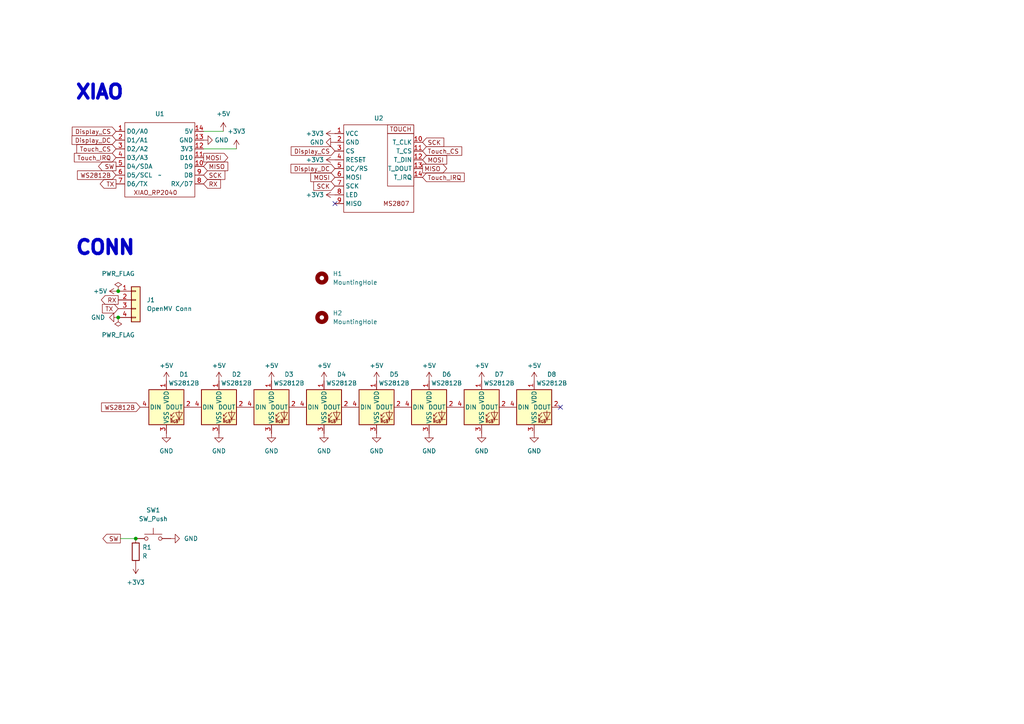
<source format=kicad_sch>
(kicad_sch (version 20230121) (generator eeschema)

  (uuid 964c7233-7aca-4175-8dc7-0604df29af02)

  (paper "A4")

  (lib_symbols
    (symbol "Connector_Generic:Conn_01x04" (pin_names (offset 1.016) hide) (in_bom yes) (on_board yes)
      (property "Reference" "J" (at 0 5.08 0)
        (effects (font (size 1.27 1.27)))
      )
      (property "Value" "Conn_01x04" (at 0 -7.62 0)
        (effects (font (size 1.27 1.27)))
      )
      (property "Footprint" "" (at 0 0 0)
        (effects (font (size 1.27 1.27)) hide)
      )
      (property "Datasheet" "~" (at 0 0 0)
        (effects (font (size 1.27 1.27)) hide)
      )
      (property "ki_keywords" "connector" (at 0 0 0)
        (effects (font (size 1.27 1.27)) hide)
      )
      (property "ki_description" "Generic connector, single row, 01x04, script generated (kicad-library-utils/schlib/autogen/connector/)" (at 0 0 0)
        (effects (font (size 1.27 1.27)) hide)
      )
      (property "ki_fp_filters" "Connector*:*_1x??_*" (at 0 0 0)
        (effects (font (size 1.27 1.27)) hide)
      )
      (symbol "Conn_01x04_1_1"
        (rectangle (start -1.27 -4.953) (end 0 -5.207)
          (stroke (width 0.1524) (type default))
          (fill (type none))
        )
        (rectangle (start -1.27 -2.413) (end 0 -2.667)
          (stroke (width 0.1524) (type default))
          (fill (type none))
        )
        (rectangle (start -1.27 0.127) (end 0 -0.127)
          (stroke (width 0.1524) (type default))
          (fill (type none))
        )
        (rectangle (start -1.27 2.667) (end 0 2.413)
          (stroke (width 0.1524) (type default))
          (fill (type none))
        )
        (rectangle (start -1.27 3.81) (end 1.27 -6.35)
          (stroke (width 0.254) (type default))
          (fill (type background))
        )
        (pin passive line (at -5.08 2.54 0) (length 3.81)
          (name "Pin_1" (effects (font (size 1.27 1.27))))
          (number "1" (effects (font (size 1.27 1.27))))
        )
        (pin passive line (at -5.08 0 0) (length 3.81)
          (name "Pin_2" (effects (font (size 1.27 1.27))))
          (number "2" (effects (font (size 1.27 1.27))))
        )
        (pin passive line (at -5.08 -2.54 0) (length 3.81)
          (name "Pin_3" (effects (font (size 1.27 1.27))))
          (number "3" (effects (font (size 1.27 1.27))))
        )
        (pin passive line (at -5.08 -5.08 0) (length 3.81)
          (name "Pin_4" (effects (font (size 1.27 1.27))))
          (number "4" (effects (font (size 1.27 1.27))))
        )
      )
    )
    (symbol "Device:R" (pin_numbers hide) (pin_names (offset 0)) (in_bom yes) (on_board yes)
      (property "Reference" "R" (at 2.032 0 90)
        (effects (font (size 1.27 1.27)))
      )
      (property "Value" "R" (at 0 0 90)
        (effects (font (size 1.27 1.27)))
      )
      (property "Footprint" "" (at -1.778 0 90)
        (effects (font (size 1.27 1.27)) hide)
      )
      (property "Datasheet" "~" (at 0 0 0)
        (effects (font (size 1.27 1.27)) hide)
      )
      (property "ki_keywords" "R res resistor" (at 0 0 0)
        (effects (font (size 1.27 1.27)) hide)
      )
      (property "ki_description" "Resistor" (at 0 0 0)
        (effects (font (size 1.27 1.27)) hide)
      )
      (property "ki_fp_filters" "R_*" (at 0 0 0)
        (effects (font (size 1.27 1.27)) hide)
      )
      (symbol "R_0_1"
        (rectangle (start -1.016 -2.54) (end 1.016 2.54)
          (stroke (width 0.254) (type default))
          (fill (type none))
        )
      )
      (symbol "R_1_1"
        (pin passive line (at 0 3.81 270) (length 1.27)
          (name "~" (effects (font (size 1.27 1.27))))
          (number "1" (effects (font (size 1.27 1.27))))
        )
        (pin passive line (at 0 -3.81 90) (length 1.27)
          (name "~" (effects (font (size 1.27 1.27))))
          (number "2" (effects (font (size 1.27 1.27))))
        )
      )
    )
    (symbol "LED:WS2812B" (pin_names (offset 0.254)) (in_bom yes) (on_board yes)
      (property "Reference" "D" (at 5.08 5.715 0)
        (effects (font (size 1.27 1.27)) (justify right bottom))
      )
      (property "Value" "WS2812B" (at 1.27 -5.715 0)
        (effects (font (size 1.27 1.27)) (justify left top))
      )
      (property "Footprint" "LED_SMD:LED_WS2812B_PLCC4_5.0x5.0mm_P3.2mm" (at 1.27 -7.62 0)
        (effects (font (size 1.27 1.27)) (justify left top) hide)
      )
      (property "Datasheet" "https://cdn-shop.adafruit.com/datasheets/WS2812B.pdf" (at 2.54 -9.525 0)
        (effects (font (size 1.27 1.27)) (justify left top) hide)
      )
      (property "ki_keywords" "RGB LED NeoPixel addressable" (at 0 0 0)
        (effects (font (size 1.27 1.27)) hide)
      )
      (property "ki_description" "RGB LED with integrated controller" (at 0 0 0)
        (effects (font (size 1.27 1.27)) hide)
      )
      (property "ki_fp_filters" "LED*WS2812*PLCC*5.0x5.0mm*P3.2mm*" (at 0 0 0)
        (effects (font (size 1.27 1.27)) hide)
      )
      (symbol "WS2812B_0_0"
        (text "RGB" (at 2.286 -4.191 0)
          (effects (font (size 0.762 0.762)))
        )
      )
      (symbol "WS2812B_0_1"
        (polyline
          (pts
            (xy 1.27 -3.556)
            (xy 1.778 -3.556)
          )
          (stroke (width 0) (type default))
          (fill (type none))
        )
        (polyline
          (pts
            (xy 1.27 -2.54)
            (xy 1.778 -2.54)
          )
          (stroke (width 0) (type default))
          (fill (type none))
        )
        (polyline
          (pts
            (xy 4.699 -3.556)
            (xy 2.667 -3.556)
          )
          (stroke (width 0) (type default))
          (fill (type none))
        )
        (polyline
          (pts
            (xy 2.286 -2.54)
            (xy 1.27 -3.556)
            (xy 1.27 -3.048)
          )
          (stroke (width 0) (type default))
          (fill (type none))
        )
        (polyline
          (pts
            (xy 2.286 -1.524)
            (xy 1.27 -2.54)
            (xy 1.27 -2.032)
          )
          (stroke (width 0) (type default))
          (fill (type none))
        )
        (polyline
          (pts
            (xy 3.683 -1.016)
            (xy 3.683 -3.556)
            (xy 3.683 -4.064)
          )
          (stroke (width 0) (type default))
          (fill (type none))
        )
        (polyline
          (pts
            (xy 4.699 -1.524)
            (xy 2.667 -1.524)
            (xy 3.683 -3.556)
            (xy 4.699 -1.524)
          )
          (stroke (width 0) (type default))
          (fill (type none))
        )
        (rectangle (start 5.08 5.08) (end -5.08 -5.08)
          (stroke (width 0.254) (type default))
          (fill (type background))
        )
      )
      (symbol "WS2812B_1_1"
        (pin power_in line (at 0 7.62 270) (length 2.54)
          (name "VDD" (effects (font (size 1.27 1.27))))
          (number "1" (effects (font (size 1.27 1.27))))
        )
        (pin output line (at 7.62 0 180) (length 2.54)
          (name "DOUT" (effects (font (size 1.27 1.27))))
          (number "2" (effects (font (size 1.27 1.27))))
        )
        (pin power_in line (at 0 -7.62 90) (length 2.54)
          (name "VSS" (effects (font (size 1.27 1.27))))
          (number "3" (effects (font (size 1.27 1.27))))
        )
        (pin input line (at -7.62 0 0) (length 2.54)
          (name "DIN" (effects (font (size 1.27 1.27))))
          (number "4" (effects (font (size 1.27 1.27))))
        )
      )
    )
    (symbol "Mechanical:MountingHole" (pin_names (offset 1.016)) (in_bom yes) (on_board yes)
      (property "Reference" "H" (at 0 5.08 0)
        (effects (font (size 1.27 1.27)))
      )
      (property "Value" "MountingHole" (at 0 3.175 0)
        (effects (font (size 1.27 1.27)))
      )
      (property "Footprint" "" (at 0 0 0)
        (effects (font (size 1.27 1.27)) hide)
      )
      (property "Datasheet" "~" (at 0 0 0)
        (effects (font (size 1.27 1.27)) hide)
      )
      (property "ki_keywords" "mounting hole" (at 0 0 0)
        (effects (font (size 1.27 1.27)) hide)
      )
      (property "ki_description" "Mounting Hole without connection" (at 0 0 0)
        (effects (font (size 1.27 1.27)) hide)
      )
      (property "ki_fp_filters" "MountingHole*" (at 0 0 0)
        (effects (font (size 1.27 1.27)) hide)
      )
      (symbol "MountingHole_0_1"
        (circle (center 0 0) (radius 1.27)
          (stroke (width 1.27) (type default))
          (fill (type none))
        )
      )
    )
    (symbol "Switch:SW_Push" (pin_numbers hide) (pin_names (offset 1.016) hide) (in_bom yes) (on_board yes)
      (property "Reference" "SW" (at 1.27 2.54 0)
        (effects (font (size 1.27 1.27)) (justify left))
      )
      (property "Value" "SW_Push" (at 0 -1.524 0)
        (effects (font (size 1.27 1.27)))
      )
      (property "Footprint" "" (at 0 5.08 0)
        (effects (font (size 1.27 1.27)) hide)
      )
      (property "Datasheet" "~" (at 0 5.08 0)
        (effects (font (size 1.27 1.27)) hide)
      )
      (property "ki_keywords" "switch normally-open pushbutton push-button" (at 0 0 0)
        (effects (font (size 1.27 1.27)) hide)
      )
      (property "ki_description" "Push button switch, generic, two pins" (at 0 0 0)
        (effects (font (size 1.27 1.27)) hide)
      )
      (symbol "SW_Push_0_1"
        (circle (center -2.032 0) (radius 0.508)
          (stroke (width 0) (type default))
          (fill (type none))
        )
        (polyline
          (pts
            (xy 0 1.27)
            (xy 0 3.048)
          )
          (stroke (width 0) (type default))
          (fill (type none))
        )
        (polyline
          (pts
            (xy 2.54 1.27)
            (xy -2.54 1.27)
          )
          (stroke (width 0) (type default))
          (fill (type none))
        )
        (circle (center 2.032 0) (radius 0.508)
          (stroke (width 0) (type default))
          (fill (type none))
        )
        (pin passive line (at -5.08 0 0) (length 2.54)
          (name "1" (effects (font (size 1.27 1.27))))
          (number "1" (effects (font (size 1.27 1.27))))
        )
        (pin passive line (at 5.08 0 180) (length 2.54)
          (name "2" (effects (font (size 1.27 1.27))))
          (number "2" (effects (font (size 1.27 1.27))))
        )
      )
    )
    (symbol "XIAO:XIAO_RP2040" (in_bom yes) (on_board yes)
      (property "Reference" "U" (at 0 0 0)
        (effects (font (size 1.27 1.27)))
      )
      (property "Value" "" (at 0 0 0)
        (effects (font (size 1.27 1.27)))
      )
      (property "Footprint" "" (at 0 0 0)
        (effects (font (size 1.27 1.27)) hide)
      )
      (property "Datasheet" "" (at 0 0 0)
        (effects (font (size 1.27 1.27)) hide)
      )
      (symbol "XIAO_RP2040_0_1"
        (rectangle (start -10.16 15.24) (end 10.16 -6.35)
          (stroke (width 0) (type default))
          (fill (type none))
        )
      )
      (symbol "XIAO_RP2040_1_1"
        (text "XIAO_RP2040\n" (at -1.27 -5.08 0)
          (effects (font (size 1.27 1.27)))
        )
        (pin passive line (at -12.7 12.7 0) (length 2.54)
          (name "D0/A0" (effects (font (size 1.27 1.27))))
          (number "1" (effects (font (size 1.27 1.27))))
        )
        (pin passive line (at 12.7 2.54 180) (length 2.54)
          (name "D9" (effects (font (size 1.27 1.27))))
          (number "10" (effects (font (size 1.27 1.27))))
        )
        (pin passive line (at 12.7 5.08 180) (length 2.54)
          (name "D10" (effects (font (size 1.27 1.27))))
          (number "11" (effects (font (size 1.27 1.27))))
        )
        (pin power_out line (at 12.7 7.62 180) (length 2.54)
          (name "3V3" (effects (font (size 1.27 1.27))))
          (number "12" (effects (font (size 1.27 1.27))))
        )
        (pin power_in line (at 12.7 10.16 180) (length 2.54)
          (name "GND" (effects (font (size 1.27 1.27))))
          (number "13" (effects (font (size 1.27 1.27))))
        )
        (pin power_in line (at 12.7 12.7 180) (length 2.54)
          (name "5V" (effects (font (size 1.27 1.27))))
          (number "14" (effects (font (size 1.27 1.27))))
        )
        (pin passive line (at -12.7 10.16 0) (length 2.54)
          (name "D1/A1" (effects (font (size 1.27 1.27))))
          (number "2" (effects (font (size 1.27 1.27))))
        )
        (pin passive line (at -12.7 7.62 0) (length 2.54)
          (name "D2/A2" (effects (font (size 1.27 1.27))))
          (number "3" (effects (font (size 1.27 1.27))))
        )
        (pin passive line (at -12.7 5.08 0) (length 2.54)
          (name "D3/A3" (effects (font (size 1.27 1.27))))
          (number "4" (effects (font (size 1.27 1.27))))
        )
        (pin passive line (at -12.7 2.54 0) (length 2.54)
          (name "D4/SDA" (effects (font (size 1.27 1.27))))
          (number "5" (effects (font (size 1.27 1.27))))
        )
        (pin passive line (at -12.7 0 0) (length 2.54)
          (name "D5/SCL" (effects (font (size 1.27 1.27))))
          (number "6" (effects (font (size 1.27 1.27))))
        )
        (pin passive line (at -12.7 -2.54 0) (length 2.54)
          (name "D6/TX" (effects (font (size 1.27 1.27))))
          (number "7" (effects (font (size 1.27 1.27))))
        )
        (pin passive line (at 12.7 -2.54 180) (length 2.54)
          (name "RX/D7" (effects (font (size 1.27 1.27))))
          (number "8" (effects (font (size 1.27 1.27))))
        )
        (pin passive line (at 12.7 0 180) (length 2.54)
          (name "D8" (effects (font (size 1.27 1.27))))
          (number "9" (effects (font (size 1.27 1.27))))
        )
      )
    )
    (symbol "akiduki:MSP2807" (in_bom yes) (on_board yes)
      (property "Reference" "U" (at 5.08 -7.62 0)
        (effects (font (size 1.27 1.27)))
      )
      (property "Value" "" (at -2.54 2.54 0)
        (effects (font (size 1.27 1.27)))
      )
      (property "Footprint" "" (at -2.54 2.54 0)
        (effects (font (size 1.27 1.27)) hide)
      )
      (property "Datasheet" "" (at -2.54 2.54 0)
        (effects (font (size 1.27 1.27)) hide)
      )
      (symbol "MSP2807_1_1"
        (rectangle (start -7.62 12.7) (end 12.7 -12.7)
          (stroke (width 0) (type default))
          (fill (type none))
        )
        (rectangle (start 5.08 10.16) (end 12.7 -5.08)
          (stroke (width 0) (type default))
          (fill (type none))
        )
        (rectangle (start 5.08 12.7) (end 12.7 10.16)
          (stroke (width 0) (type default))
          (fill (type none))
        )
        (text "MS2807" (at 7.62 -10.16 0)
          (effects (font (size 1.27 1.27)))
        )
        (text "TOUCH" (at 8.89 11.43 0)
          (effects (font (size 1.27 1.27)))
        )
        (pin power_in line (at -10.16 10.16 0) (length 2.54)
          (name "VCC" (effects (font (size 1.27 1.27))))
          (number "1" (effects (font (size 1.27 1.27))))
        )
        (pin input line (at 15.24 7.62 180) (length 2.54)
          (name "T_CLK" (effects (font (size 1.27 1.27))))
          (number "10" (effects (font (size 1.27 1.27))))
        )
        (pin input line (at 15.24 5.08 180) (length 2.54)
          (name "T_CS" (effects (font (size 1.27 1.27))))
          (number "11" (effects (font (size 1.27 1.27))))
        )
        (pin input line (at 15.24 2.54 180) (length 2.54)
          (name "T_DIN" (effects (font (size 1.27 1.27))))
          (number "12" (effects (font (size 1.27 1.27))))
        )
        (pin output line (at 15.24 0 180) (length 2.54)
          (name "T_DOUT" (effects (font (size 1.27 1.27))))
          (number "13" (effects (font (size 1.27 1.27))))
        )
        (pin output line (at 15.24 -2.54 180) (length 2.54)
          (name "T_IRQ" (effects (font (size 1.27 1.27))))
          (number "14" (effects (font (size 1.27 1.27))))
        )
        (pin power_in line (at -10.16 7.62 0) (length 2.54)
          (name "GND" (effects (font (size 1.27 1.27))))
          (number "2" (effects (font (size 1.27 1.27))))
        )
        (pin input line (at -10.16 5.08 0) (length 2.54)
          (name "CS" (effects (font (size 1.27 1.27))))
          (number "3" (effects (font (size 1.27 1.27))))
        )
        (pin input line (at -10.16 2.54 0) (length 2.54)
          (name "RESET" (effects (font (size 1.27 1.27))))
          (number "4" (effects (font (size 1.27 1.27))))
        )
        (pin input line (at -10.16 0 0) (length 2.54)
          (name "DC/RS" (effects (font (size 1.27 1.27))))
          (number "5" (effects (font (size 1.27 1.27))))
        )
        (pin input line (at -10.16 -2.54 0) (length 2.54)
          (name "MOSI" (effects (font (size 1.27 1.27))))
          (number "6" (effects (font (size 1.27 1.27))))
        )
        (pin input line (at -10.16 -5.08 0) (length 2.54)
          (name "SCK" (effects (font (size 1.27 1.27))))
          (number "7" (effects (font (size 1.27 1.27))))
        )
        (pin input line (at -10.16 -7.62 0) (length 2.54)
          (name "LED" (effects (font (size 1.27 1.27))))
          (number "8" (effects (font (size 1.27 1.27))))
        )
        (pin output line (at -10.16 -10.16 0) (length 2.54)
          (name "MISO" (effects (font (size 1.27 1.27))))
          (number "9" (effects (font (size 1.27 1.27))))
        )
      )
    )
    (symbol "power:+3V3" (power) (pin_names (offset 0)) (in_bom yes) (on_board yes)
      (property "Reference" "#PWR" (at 0 -3.81 0)
        (effects (font (size 1.27 1.27)) hide)
      )
      (property "Value" "+3V3" (at 0 3.556 0)
        (effects (font (size 1.27 1.27)))
      )
      (property "Footprint" "" (at 0 0 0)
        (effects (font (size 1.27 1.27)) hide)
      )
      (property "Datasheet" "" (at 0 0 0)
        (effects (font (size 1.27 1.27)) hide)
      )
      (property "ki_keywords" "global power" (at 0 0 0)
        (effects (font (size 1.27 1.27)) hide)
      )
      (property "ki_description" "Power symbol creates a global label with name \"+3V3\"" (at 0 0 0)
        (effects (font (size 1.27 1.27)) hide)
      )
      (symbol "+3V3_0_1"
        (polyline
          (pts
            (xy -0.762 1.27)
            (xy 0 2.54)
          )
          (stroke (width 0) (type default))
          (fill (type none))
        )
        (polyline
          (pts
            (xy 0 0)
            (xy 0 2.54)
          )
          (stroke (width 0) (type default))
          (fill (type none))
        )
        (polyline
          (pts
            (xy 0 2.54)
            (xy 0.762 1.27)
          )
          (stroke (width 0) (type default))
          (fill (type none))
        )
      )
      (symbol "+3V3_1_1"
        (pin power_in line (at 0 0 90) (length 0) hide
          (name "+3V3" (effects (font (size 1.27 1.27))))
          (number "1" (effects (font (size 1.27 1.27))))
        )
      )
    )
    (symbol "power:+5V" (power) (pin_names (offset 0)) (in_bom yes) (on_board yes)
      (property "Reference" "#PWR" (at 0 -3.81 0)
        (effects (font (size 1.27 1.27)) hide)
      )
      (property "Value" "+5V" (at 0 3.556 0)
        (effects (font (size 1.27 1.27)))
      )
      (property "Footprint" "" (at 0 0 0)
        (effects (font (size 1.27 1.27)) hide)
      )
      (property "Datasheet" "" (at 0 0 0)
        (effects (font (size 1.27 1.27)) hide)
      )
      (property "ki_keywords" "global power" (at 0 0 0)
        (effects (font (size 1.27 1.27)) hide)
      )
      (property "ki_description" "Power symbol creates a global label with name \"+5V\"" (at 0 0 0)
        (effects (font (size 1.27 1.27)) hide)
      )
      (symbol "+5V_0_1"
        (polyline
          (pts
            (xy -0.762 1.27)
            (xy 0 2.54)
          )
          (stroke (width 0) (type default))
          (fill (type none))
        )
        (polyline
          (pts
            (xy 0 0)
            (xy 0 2.54)
          )
          (stroke (width 0) (type default))
          (fill (type none))
        )
        (polyline
          (pts
            (xy 0 2.54)
            (xy 0.762 1.27)
          )
          (stroke (width 0) (type default))
          (fill (type none))
        )
      )
      (symbol "+5V_1_1"
        (pin power_in line (at 0 0 90) (length 0) hide
          (name "+5V" (effects (font (size 1.27 1.27))))
          (number "1" (effects (font (size 1.27 1.27))))
        )
      )
    )
    (symbol "power:GND" (power) (pin_names (offset 0)) (in_bom yes) (on_board yes)
      (property "Reference" "#PWR" (at 0 -6.35 0)
        (effects (font (size 1.27 1.27)) hide)
      )
      (property "Value" "GND" (at 0 -3.81 0)
        (effects (font (size 1.27 1.27)))
      )
      (property "Footprint" "" (at 0 0 0)
        (effects (font (size 1.27 1.27)) hide)
      )
      (property "Datasheet" "" (at 0 0 0)
        (effects (font (size 1.27 1.27)) hide)
      )
      (property "ki_keywords" "global power" (at 0 0 0)
        (effects (font (size 1.27 1.27)) hide)
      )
      (property "ki_description" "Power symbol creates a global label with name \"GND\" , ground" (at 0 0 0)
        (effects (font (size 1.27 1.27)) hide)
      )
      (symbol "GND_0_1"
        (polyline
          (pts
            (xy 0 0)
            (xy 0 -1.27)
            (xy 1.27 -1.27)
            (xy 0 -2.54)
            (xy -1.27 -1.27)
            (xy 0 -1.27)
          )
          (stroke (width 0) (type default))
          (fill (type none))
        )
      )
      (symbol "GND_1_1"
        (pin power_in line (at 0 0 270) (length 0) hide
          (name "GND" (effects (font (size 1.27 1.27))))
          (number "1" (effects (font (size 1.27 1.27))))
        )
      )
    )
    (symbol "power:PWR_FLAG" (power) (pin_numbers hide) (pin_names (offset 0) hide) (in_bom yes) (on_board yes)
      (property "Reference" "#FLG" (at 0 1.905 0)
        (effects (font (size 1.27 1.27)) hide)
      )
      (property "Value" "PWR_FLAG" (at 0 3.81 0)
        (effects (font (size 1.27 1.27)))
      )
      (property "Footprint" "" (at 0 0 0)
        (effects (font (size 1.27 1.27)) hide)
      )
      (property "Datasheet" "~" (at 0 0 0)
        (effects (font (size 1.27 1.27)) hide)
      )
      (property "ki_keywords" "flag power" (at 0 0 0)
        (effects (font (size 1.27 1.27)) hide)
      )
      (property "ki_description" "Special symbol for telling ERC where power comes from" (at 0 0 0)
        (effects (font (size 1.27 1.27)) hide)
      )
      (symbol "PWR_FLAG_0_0"
        (pin power_out line (at 0 0 90) (length 0)
          (name "pwr" (effects (font (size 1.27 1.27))))
          (number "1" (effects (font (size 1.27 1.27))))
        )
      )
      (symbol "PWR_FLAG_0_1"
        (polyline
          (pts
            (xy 0 0)
            (xy 0 1.27)
            (xy -1.016 1.905)
            (xy 0 2.54)
            (xy 1.016 1.905)
            (xy 0 1.27)
          )
          (stroke (width 0) (type default))
          (fill (type none))
        )
      )
    )
  )

  (junction (at 34.29 92.075) (diameter 0) (color 0 0 0 0)
    (uuid 0cad1188-e747-423f-8b6c-ad8ea6d1ba81)
  )
  (junction (at 34.29 84.455) (diameter 0) (color 0 0 0 0)
    (uuid 0e5e4c57-004b-4812-b4ae-ebc81a4764dc)
  )
  (junction (at 39.37 156.21) (diameter 0) (color 0 0 0 0)
    (uuid f73e1036-16cd-4ebe-b252-4fe13c7f9116)
  )

  (no_connect (at 97.155 59.055) (uuid 1ab3d326-7f26-4726-9595-b9b67b6f3d49))
  (no_connect (at 162.56 118.11) (uuid cef33977-1f16-4386-8989-1e2b888f3e55))

  (wire (pts (xy 34.925 156.21) (xy 39.37 156.21))
    (stroke (width 0) (type default))
    (uuid 23f07af7-adfa-4b9d-be91-062c705a51ab)
  )
  (wire (pts (xy 68.58 43.18) (xy 59.055 43.18))
    (stroke (width 0) (type default))
    (uuid 91d83249-3822-4085-a29e-3f267b57aa0a)
  )
  (wire (pts (xy 64.77 38.1) (xy 59.055 38.1))
    (stroke (width 0) (type default))
    (uuid d24d7205-cf14-42ad-9fe9-6b27763440ac)
  )

  (text "CONN" (at 21.59 74.295 0)
    (effects (font (size 4 4) (thickness 2) bold) (justify left bottom))
    (uuid 1ebb1493-1d0a-4b01-b22a-a9dcd90b98ab)
  )
  (text "XIAO" (at 21.59 29.21 0)
    (effects (font (size 4 4) (thickness 2) bold) (justify left bottom))
    (uuid 5ffe2ccd-f8e3-411a-b44c-164e7d0aa2c5)
  )

  (global_label "SW" (shape output) (at 33.655 48.26 180) (fields_autoplaced)
    (effects (font (size 1.27 1.27)) (justify right))
    (uuid 1b99e25c-facf-47e3-a5fd-7db5c169c255)
    (property "Intersheetrefs" "${INTERSHEET_REFS}" (at 28.0089 48.26 0)
      (effects (font (size 1.27 1.27)) (justify right) hide)
    )
  )
  (global_label "Touch_CS" (shape input) (at 33.655 43.18 180) (fields_autoplaced)
    (effects (font (size 1.27 1.27)) (justify right))
    (uuid 201c8ddf-094f-4781-9e4c-8f370e728383)
    (property "Intersheetrefs" "${INTERSHEET_REFS}" (at 21.7195 43.18 0)
      (effects (font (size 1.27 1.27)) (justify right) hide)
    )
  )
  (global_label "Display_CS" (shape input) (at 33.655 38.1 180) (fields_autoplaced)
    (effects (font (size 1.27 1.27)) (justify right))
    (uuid 27af2a1e-4d9f-47ed-ad12-9ffe85f6808a)
    (property "Intersheetrefs" "${INTERSHEET_REFS}" (at 20.389 38.1 0)
      (effects (font (size 1.27 1.27)) (justify right) hide)
    )
  )
  (global_label "MISO" (shape output) (at 122.555 48.895 0) (fields_autoplaced)
    (effects (font (size 1.27 1.27)) (justify left))
    (uuid 3fe4a2d5-4857-48a1-92f4-b22bdbb0cdbd)
    (property "Intersheetrefs" "${INTERSHEET_REFS}" (at 130.1364 48.895 0)
      (effects (font (size 1.27 1.27)) (justify left) hide)
    )
  )
  (global_label "RX" (shape input) (at 59.055 53.34 0) (fields_autoplaced)
    (effects (font (size 1.27 1.27)) (justify left))
    (uuid 41c859ee-4520-4282-82f9-02f9ff6bf1de)
    (property "Intersheetrefs" "${INTERSHEET_REFS}" (at 64.5197 53.34 0)
      (effects (font (size 1.27 1.27)) (justify left) hide)
    )
  )
  (global_label "SCK" (shape input) (at 122.555 41.275 0) (fields_autoplaced)
    (effects (font (size 1.27 1.27)) (justify left))
    (uuid 45e78156-ba83-4048-a5cf-f09dfdf42e5b)
    (property "Intersheetrefs" "${INTERSHEET_REFS}" (at 129.2897 41.275 0)
      (effects (font (size 1.27 1.27)) (justify left) hide)
    )
  )
  (global_label "TX" (shape input) (at 34.29 89.535 180) (fields_autoplaced)
    (effects (font (size 1.27 1.27)) (justify right))
    (uuid 4c208f11-9c40-4cc6-8d3f-8fdd4bb778af)
    (property "Intersheetrefs" "${INTERSHEET_REFS}" (at 29.1277 89.535 0)
      (effects (font (size 1.27 1.27)) (justify right) hide)
    )
  )
  (global_label "Display_DC" (shape input) (at 97.155 48.895 180) (fields_autoplaced)
    (effects (font (size 1.27 1.27)) (justify right))
    (uuid 4e141888-4d62-49c1-a410-ac63d2ef3353)
    (property "Intersheetrefs" "${INTERSHEET_REFS}" (at 83.8285 48.895 0)
      (effects (font (size 1.27 1.27)) (justify right) hide)
    )
  )
  (global_label "TX" (shape output) (at 33.655 53.34 180) (fields_autoplaced)
    (effects (font (size 1.27 1.27)) (justify right))
    (uuid 56ca6c77-db2c-45d8-8490-500e03eddbd6)
    (property "Intersheetrefs" "${INTERSHEET_REFS}" (at 28.4927 53.34 0)
      (effects (font (size 1.27 1.27)) (justify right) hide)
    )
  )
  (global_label "WS2812B" (shape input) (at 33.655 50.8 180) (fields_autoplaced)
    (effects (font (size 1.27 1.27)) (justify right))
    (uuid 5b144ae0-2ce1-45d3-9bb9-62846eb5f9de)
    (property "Intersheetrefs" "${INTERSHEET_REFS}" (at 21.9009 50.8 0)
      (effects (font (size 1.27 1.27)) (justify right) hide)
    )
  )
  (global_label "Touch_IRQ" (shape input) (at 33.655 45.72 180) (fields_autoplaced)
    (effects (font (size 1.27 1.27)) (justify right))
    (uuid 6247332c-a9a1-4fe8-9e6c-7ab3940c1f9a)
    (property "Intersheetrefs" "${INTERSHEET_REFS}" (at 20.9937 45.72 0)
      (effects (font (size 1.27 1.27)) (justify right) hide)
    )
  )
  (global_label "Display_CS" (shape input) (at 97.155 43.815 180) (fields_autoplaced)
    (effects (font (size 1.27 1.27)) (justify right))
    (uuid 6c52d406-0b63-414e-8586-fccdbeca826f)
    (property "Intersheetrefs" "${INTERSHEET_REFS}" (at 83.889 43.815 0)
      (effects (font (size 1.27 1.27)) (justify right) hide)
    )
  )
  (global_label "MOSI" (shape input) (at 122.555 46.355 0) (fields_autoplaced)
    (effects (font (size 1.27 1.27)) (justify left))
    (uuid 6dadcf56-758e-4f69-9628-028962f3c9ba)
    (property "Intersheetrefs" "${INTERSHEET_REFS}" (at 130.1364 46.355 0)
      (effects (font (size 1.27 1.27)) (justify left) hide)
    )
  )
  (global_label "Touch_CS" (shape input) (at 122.555 43.815 0) (fields_autoplaced)
    (effects (font (size 1.27 1.27)) (justify left))
    (uuid 7856c3cb-ab4f-4782-8cde-3581f3e728a6)
    (property "Intersheetrefs" "${INTERSHEET_REFS}" (at 134.4905 43.815 0)
      (effects (font (size 1.27 1.27)) (justify left) hide)
    )
  )
  (global_label "RX" (shape output) (at 34.29 86.995 180) (fields_autoplaced)
    (effects (font (size 1.27 1.27)) (justify right))
    (uuid 7cf5a5d2-5573-4ded-9068-6cf8d17532a9)
    (property "Intersheetrefs" "${INTERSHEET_REFS}" (at 28.8253 86.995 0)
      (effects (font (size 1.27 1.27)) (justify right) hide)
    )
  )
  (global_label "SW" (shape output) (at 34.925 156.21 180) (fields_autoplaced)
    (effects (font (size 1.27 1.27)) (justify right))
    (uuid 8addd091-8c15-497a-93ed-2bcf90b5125f)
    (property "Intersheetrefs" "${INTERSHEET_REFS}" (at 29.2789 156.21 0)
      (effects (font (size 1.27 1.27)) (justify right) hide)
    )
  )
  (global_label "MOSI" (shape input) (at 97.155 51.435 180) (fields_autoplaced)
    (effects (font (size 1.27 1.27)) (justify right))
    (uuid 8b591767-68eb-4b43-b604-c2c0ef20f2b5)
    (property "Intersheetrefs" "${INTERSHEET_REFS}" (at 89.5736 51.435 0)
      (effects (font (size 1.27 1.27)) (justify right) hide)
    )
  )
  (global_label "WS2812B" (shape input) (at 40.64 118.11 180) (fields_autoplaced)
    (effects (font (size 1.27 1.27)) (justify right))
    (uuid 8cde037b-a08b-42d3-9b52-de7d0b33ff80)
    (property "Intersheetrefs" "${INTERSHEET_REFS}" (at 28.8859 118.11 0)
      (effects (font (size 1.27 1.27)) (justify right) hide)
    )
  )
  (global_label "Touch_IRQ" (shape input) (at 122.555 51.435 0) (fields_autoplaced)
    (effects (font (size 1.27 1.27)) (justify left))
    (uuid 95561c6a-061a-468c-9bea-a877cc980f41)
    (property "Intersheetrefs" "${INTERSHEET_REFS}" (at 135.2163 51.435 0)
      (effects (font (size 1.27 1.27)) (justify left) hide)
    )
  )
  (global_label "SCK" (shape input) (at 59.055 50.8 0) (fields_autoplaced)
    (effects (font (size 1.27 1.27)) (justify left))
    (uuid 9939a7de-52f5-4422-a8a3-9e39e6f3ec1b)
    (property "Intersheetrefs" "${INTERSHEET_REFS}" (at 65.7897 50.8 0)
      (effects (font (size 1.27 1.27)) (justify left) hide)
    )
  )
  (global_label "MISO" (shape input) (at 59.055 48.26 0) (fields_autoplaced)
    (effects (font (size 1.27 1.27)) (justify left))
    (uuid 9c50d56e-0215-4ae3-81de-089603dd3b9c)
    (property "Intersheetrefs" "${INTERSHEET_REFS}" (at 66.6364 48.26 0)
      (effects (font (size 1.27 1.27)) (justify left) hide)
    )
  )
  (global_label "SCK" (shape input) (at 97.155 53.975 180) (fields_autoplaced)
    (effects (font (size 1.27 1.27)) (justify right))
    (uuid abc387e7-8f46-41b4-a151-623bfd311cea)
    (property "Intersheetrefs" "${INTERSHEET_REFS}" (at 90.4203 53.975 0)
      (effects (font (size 1.27 1.27)) (justify right) hide)
    )
  )
  (global_label "MOSI" (shape output) (at 59.055 45.72 0) (fields_autoplaced)
    (effects (font (size 1.27 1.27)) (justify left))
    (uuid c655e0db-33eb-4e0e-996a-cb731892386a)
    (property "Intersheetrefs" "${INTERSHEET_REFS}" (at 66.6364 45.72 0)
      (effects (font (size 1.27 1.27)) (justify left) hide)
    )
  )
  (global_label "Display_DC" (shape input) (at 33.655 40.64 180) (fields_autoplaced)
    (effects (font (size 1.27 1.27)) (justify right))
    (uuid feb382aa-f3ad-4b30-aff0-97da0ac9467d)
    (property "Intersheetrefs" "${INTERSHEET_REFS}" (at 20.3285 40.64 0)
      (effects (font (size 1.27 1.27)) (justify right) hide)
    )
  )

  (symbol (lib_id "power:+5V") (at 34.29 84.455 90) (unit 1)
    (in_bom yes) (on_board yes) (dnp no) (fields_autoplaced)
    (uuid 033259da-8ca6-4c64-92d1-5131e6d34ba8)
    (property "Reference" "#PWR033" (at 38.1 84.455 0)
      (effects (font (size 1.27 1.27)) hide)
    )
    (property "Value" "+5V" (at 31.115 84.455 90)
      (effects (font (size 1.27 1.27)) (justify left))
    )
    (property "Footprint" "" (at 34.29 84.455 0)
      (effects (font (size 1.27 1.27)) hide)
    )
    (property "Datasheet" "" (at 34.29 84.455 0)
      (effects (font (size 1.27 1.27)) hide)
    )
    (pin "1" (uuid 013e9264-8730-42f0-972d-9208b1c1a5d1))
    (instances
      (project "04-PWR"
        (path "/5fb95203-1119-4f22-b8d1-f5feaaf529dd"
          (reference "#PWR033") (unit 1)
        )
      )
      (project "05-PWR"
        (path "/88b1ede4-99cb-4604-8dda-0ab246c2fd79"
          (reference "#PWR017") (unit 1)
        )
      )
      (project "06-UI"
        (path "/964c7233-7aca-4175-8dc7-0604df29af02"
          (reference "#PWR01") (unit 1)
        )
      )
      (project "03-FRONT"
        (path "/e118ed56-ce79-44d8-8eff-a935fd9f7b40"
          (reference "#PWR015") (unit 1)
        )
      )
    )
  )

  (symbol (lib_id "power:+5V") (at 93.98 110.49 0) (unit 1)
    (in_bom yes) (on_board yes) (dnp no) (fields_autoplaced)
    (uuid 065035e5-59d4-442d-a774-64be319ce4a5)
    (property "Reference" "#PWR033" (at 93.98 114.3 0)
      (effects (font (size 1.27 1.27)) hide)
    )
    (property "Value" "+5V" (at 93.98 106.045 0)
      (effects (font (size 1.27 1.27)))
    )
    (property "Footprint" "" (at 93.98 110.49 0)
      (effects (font (size 1.27 1.27)) hide)
    )
    (property "Datasheet" "" (at 93.98 110.49 0)
      (effects (font (size 1.27 1.27)) hide)
    )
    (pin "1" (uuid 1a231c8f-cfcb-4378-a78c-2e6b2ba45587))
    (instances
      (project "04-PWR"
        (path "/5fb95203-1119-4f22-b8d1-f5feaaf529dd"
          (reference "#PWR033") (unit 1)
        )
      )
      (project "05-PWR"
        (path "/88b1ede4-99cb-4604-8dda-0ab246c2fd79"
          (reference "#PWR017") (unit 1)
        )
      )
      (project "06-UI"
        (path "/964c7233-7aca-4175-8dc7-0604df29af02"
          (reference "#PWR016") (unit 1)
        )
      )
      (project "03-FRONT"
        (path "/e118ed56-ce79-44d8-8eff-a935fd9f7b40"
          (reference "#PWR015") (unit 1)
        )
      )
    )
  )

  (symbol (lib_id "XIAO:XIAO_RP2040") (at 46.355 50.8 0) (unit 1)
    (in_bom yes) (on_board yes) (dnp no) (fields_autoplaced)
    (uuid 0c68e7a6-4fa1-444a-a735-276da3ba6805)
    (property "Reference" "U1" (at 46.355 33.02 0)
      (effects (font (size 1.27 1.27)))
    )
    (property "Value" "~" (at 46.355 50.8 0)
      (effects (font (size 1.27 1.27)))
    )
    (property "Footprint" "XIAO:MOUDLE14P-SMD-2.54-21X17.8MM" (at 46.355 50.8 0)
      (effects (font (size 1.27 1.27)) hide)
    )
    (property "Datasheet" "" (at 46.355 50.8 0)
      (effects (font (size 1.27 1.27)) hide)
    )
    (pin "14" (uuid 5a781949-32fa-4571-805f-080f245a1b7b))
    (pin "9" (uuid ed88c46c-c693-4c13-b102-710550f4ecef))
    (pin "3" (uuid dcc253e5-9441-4f9b-ab31-2aee363f1a9f))
    (pin "11" (uuid 96c0c696-4bea-4aa1-b331-02037395fec6))
    (pin "8" (uuid 282edf4f-21f9-45d0-955d-b24e234761f9))
    (pin "5" (uuid 028065ea-972d-429f-abd3-d0864570920d))
    (pin "10" (uuid ce072a22-0171-4110-a673-b7bcab0d4b91))
    (pin "1" (uuid 811f152d-82f1-4b26-8209-3b7596678985))
    (pin "7" (uuid 30830cc3-2085-4e79-b770-b754be75ddbe))
    (pin "6" (uuid 03b781fb-6cfd-4974-acc7-4dc9637a2be4))
    (pin "4" (uuid c9f5aca1-9e15-43f6-8046-86b7953727d7))
    (pin "2" (uuid 8a006072-2512-4b62-b373-a80964fe5066))
    (pin "13" (uuid df71d6e0-f00b-48e4-8bf0-f0f70b17c65c))
    (pin "12" (uuid ea5c4cab-3637-4e4e-9b53-0629122e50c5))
    (instances
      (project "06-UI"
        (path "/964c7233-7aca-4175-8dc7-0604df29af02"
          (reference "U1") (unit 1)
        )
      )
      (project "03-FRONT"
        (path "/e118ed56-ce79-44d8-8eff-a935fd9f7b40"
          (reference "U6") (unit 1)
        )
      )
    )
  )

  (symbol (lib_id "power:GND") (at 63.5 125.73 0) (unit 1)
    (in_bom yes) (on_board yes) (dnp no) (fields_autoplaced)
    (uuid 0eee4bdf-d3bf-44e3-97de-25613d2a9856)
    (property "Reference" "#PWR06" (at 63.5 132.08 0)
      (effects (font (size 1.27 1.27)) hide)
    )
    (property "Value" "GND" (at 63.5 130.81 0)
      (effects (font (size 1.27 1.27)))
    )
    (property "Footprint" "" (at 63.5 125.73 0)
      (effects (font (size 1.27 1.27)) hide)
    )
    (property "Datasheet" "" (at 63.5 125.73 0)
      (effects (font (size 1.27 1.27)) hide)
    )
    (pin "1" (uuid c6f2909d-a88d-40dc-ab3b-bfe21460fec5))
    (instances
      (project "04-line_sub"
        (path "/25c57c6f-8e34-4d58-aed4-7bf8583eb86f"
          (reference "#PWR06") (unit 1)
        )
      )
      (project "02-LINE"
        (path "/35ef3fba-f15f-441c-9d76-e36f38a0c8a3"
          (reference "#PWR06") (unit 1)
        )
      )
      (project "04-PWR"
        (path "/5fb95203-1119-4f22-b8d1-f5feaaf529dd"
          (reference "#PWR034") (unit 1)
        )
      )
      (project "06-UI"
        (path "/964c7233-7aca-4175-8dc7-0604df29af02"
          (reference "#PWR013") (unit 1)
        )
      )
      (project "04-line"
        (path "/b1a90ee4-5853-45f0-85ec-cbfa3ae36592"
          (reference "#PWR087") (unit 1)
        )
      )
      (project "03-FRONT"
        (path "/e118ed56-ce79-44d8-8eff-a935fd9f7b40"
          (reference "#PWR016") (unit 1)
        )
      )
    )
  )

  (symbol (lib_id "Mechanical:MountingHole") (at 93.345 80.645 0) (unit 1)
    (in_bom yes) (on_board yes) (dnp no) (fields_autoplaced)
    (uuid 1facb86a-538f-4ac6-a5d2-11611a3a3c37)
    (property "Reference" "H1" (at 96.52 79.375 0)
      (effects (font (size 1.27 1.27)) (justify left))
    )
    (property "Value" "MountingHole" (at 96.52 81.915 0)
      (effects (font (size 1.27 1.27)) (justify left))
    )
    (property "Footprint" "MountingHole:MountingHole_3.2mm_M3" (at 93.345 80.645 0)
      (effects (font (size 1.27 1.27)) hide)
    )
    (property "Datasheet" "~" (at 93.345 80.645 0)
      (effects (font (size 1.27 1.27)) hide)
    )
    (instances
      (project "06-UI"
        (path "/964c7233-7aca-4175-8dc7-0604df29af02"
          (reference "H1") (unit 1)
        )
      )
      (project "03-FRONT"
        (path "/e118ed56-ce79-44d8-8eff-a935fd9f7b40"
          (reference "H1") (unit 1)
        )
      )
    )
  )

  (symbol (lib_id "LED:WS2812B") (at 63.5 118.11 0) (unit 1)
    (in_bom yes) (on_board yes) (dnp no)
    (uuid 22be3dec-344e-421b-8d34-52c9535491b9)
    (property "Reference" "D2" (at 68.58 108.585 0)
      (effects (font (size 1.27 1.27)))
    )
    (property "Value" "WS2812B" (at 68.58 111.125 0)
      (effects (font (size 1.27 1.27)))
    )
    (property "Footprint" "LED_SMD:LED_WS2812B_PLCC4_5.0x5.0mm_P3.2mm" (at 64.77 125.73 0)
      (effects (font (size 1.27 1.27)) (justify left top) hide)
    )
    (property "Datasheet" "https://cdn-shop.adafruit.com/datasheets/WS2812B.pdf" (at 66.04 127.635 0)
      (effects (font (size 1.27 1.27)) (justify left top) hide)
    )
    (pin "1" (uuid 65642046-edae-4abc-91dc-3b953a8af0fa))
    (pin "2" (uuid 91a538cd-4545-426d-804e-d8c1ba34b7d8))
    (pin "4" (uuid 7f72dc27-3df4-4bed-b0c9-4ef491526733))
    (pin "3" (uuid 662fe22b-f921-4c08-907f-e3cec29182c1))
    (instances
      (project "06-UI"
        (path "/964c7233-7aca-4175-8dc7-0604df29af02"
          (reference "D2") (unit 1)
        )
      )
    )
  )

  (symbol (lib_id "LED:WS2812B") (at 124.46 118.11 0) (unit 1)
    (in_bom yes) (on_board yes) (dnp no)
    (uuid 2f0b4663-b345-440c-9fb0-3c2a21d38625)
    (property "Reference" "D6" (at 129.54 108.585 0)
      (effects (font (size 1.27 1.27)))
    )
    (property "Value" "WS2812B" (at 129.54 111.125 0)
      (effects (font (size 1.27 1.27)))
    )
    (property "Footprint" "LED_SMD:LED_WS2812B_PLCC4_5.0x5.0mm_P3.2mm" (at 125.73 125.73 0)
      (effects (font (size 1.27 1.27)) (justify left top) hide)
    )
    (property "Datasheet" "https://cdn-shop.adafruit.com/datasheets/WS2812B.pdf" (at 127 127.635 0)
      (effects (font (size 1.27 1.27)) (justify left top) hide)
    )
    (pin "1" (uuid 6fed7437-98ca-4e40-bb18-be93d68d0c52))
    (pin "2" (uuid 4984d8b9-daa0-47e0-9007-b2f86a358409))
    (pin "4" (uuid bd4688b6-2147-4bf5-8458-ad5cae636b1c))
    (pin "3" (uuid ceb2dbf7-1ada-4d74-9943-4b05bca5f755))
    (instances
      (project "06-UI"
        (path "/964c7233-7aca-4175-8dc7-0604df29af02"
          (reference "D6") (unit 1)
        )
      )
    )
  )

  (symbol (lib_id "Switch:SW_Push") (at 44.45 156.21 0) (unit 1)
    (in_bom yes) (on_board yes) (dnp no) (fields_autoplaced)
    (uuid 316c9f9e-52cb-4566-93d3-ea6dba8f0792)
    (property "Reference" "SW1" (at 44.45 147.955 0)
      (effects (font (size 1.27 1.27)))
    )
    (property "Value" "SW_Push" (at 44.45 150.495 0)
      (effects (font (size 1.27 1.27)))
    )
    (property "Footprint" "Button_Switch_THT:SW_PUSH-12mm" (at 44.45 151.13 0)
      (effects (font (size 1.27 1.27)) hide)
    )
    (property "Datasheet" "~" (at 44.45 151.13 0)
      (effects (font (size 1.27 1.27)) hide)
    )
    (pin "1" (uuid 106cffe3-8d99-42db-8f88-c0a60149aeb5))
    (pin "2" (uuid 34777e75-396c-4779-bc36-03640a972024))
    (instances
      (project "06-UI"
        (path "/964c7233-7aca-4175-8dc7-0604df29af02"
          (reference "SW1") (unit 1)
        )
      )
    )
  )

  (symbol (lib_id "power:+3V3") (at 97.155 56.515 90) (unit 1)
    (in_bom yes) (on_board yes) (dnp no) (fields_autoplaced)
    (uuid 31a82a60-2ef4-4158-9e83-ce2e2bf124f2)
    (property "Reference" "#PWR08" (at 100.965 56.515 0)
      (effects (font (size 1.27 1.27)) hide)
    )
    (property "Value" "+3V3" (at 93.98 56.515 90)
      (effects (font (size 1.27 1.27)) (justify left))
    )
    (property "Footprint" "" (at 97.155 56.515 0)
      (effects (font (size 1.27 1.27)) hide)
    )
    (property "Datasheet" "" (at 97.155 56.515 0)
      (effects (font (size 1.27 1.27)) hide)
    )
    (pin "1" (uuid e5960845-4018-4b1c-82d2-2313d7650783))
    (instances
      (project "06-UI"
        (path "/964c7233-7aca-4175-8dc7-0604df29af02"
          (reference "#PWR08") (unit 1)
        )
      )
      (project "03-FRONT"
        (path "/e118ed56-ce79-44d8-8eff-a935fd9f7b40"
          (reference "#PWR018") (unit 1)
        )
      )
    )
  )

  (symbol (lib_id "power:+5V") (at 63.5 110.49 0) (unit 1)
    (in_bom yes) (on_board yes) (dnp no) (fields_autoplaced)
    (uuid 331b509d-26e3-427b-8310-6bd33cee38b4)
    (property "Reference" "#PWR033" (at 63.5 114.3 0)
      (effects (font (size 1.27 1.27)) hide)
    )
    (property "Value" "+5V" (at 63.5 106.045 0)
      (effects (font (size 1.27 1.27)))
    )
    (property "Footprint" "" (at 63.5 110.49 0)
      (effects (font (size 1.27 1.27)) hide)
    )
    (property "Datasheet" "" (at 63.5 110.49 0)
      (effects (font (size 1.27 1.27)) hide)
    )
    (pin "1" (uuid db68bb8d-ed72-4bea-b8bf-de37360dd543))
    (instances
      (project "04-PWR"
        (path "/5fb95203-1119-4f22-b8d1-f5feaaf529dd"
          (reference "#PWR033") (unit 1)
        )
      )
      (project "05-PWR"
        (path "/88b1ede4-99cb-4604-8dda-0ab246c2fd79"
          (reference "#PWR017") (unit 1)
        )
      )
      (project "06-UI"
        (path "/964c7233-7aca-4175-8dc7-0604df29af02"
          (reference "#PWR012") (unit 1)
        )
      )
      (project "03-FRONT"
        (path "/e118ed56-ce79-44d8-8eff-a935fd9f7b40"
          (reference "#PWR015") (unit 1)
        )
      )
    )
  )

  (symbol (lib_id "LED:WS2812B") (at 93.98 118.11 0) (unit 1)
    (in_bom yes) (on_board yes) (dnp no)
    (uuid 35b646aa-1d1d-4fc7-a178-f6358f14ae90)
    (property "Reference" "D4" (at 99.06 108.585 0)
      (effects (font (size 1.27 1.27)))
    )
    (property "Value" "WS2812B" (at 99.06 111.125 0)
      (effects (font (size 1.27 1.27)))
    )
    (property "Footprint" "LED_SMD:LED_WS2812B_PLCC4_5.0x5.0mm_P3.2mm" (at 95.25 125.73 0)
      (effects (font (size 1.27 1.27)) (justify left top) hide)
    )
    (property "Datasheet" "https://cdn-shop.adafruit.com/datasheets/WS2812B.pdf" (at 96.52 127.635 0)
      (effects (font (size 1.27 1.27)) (justify left top) hide)
    )
    (pin "1" (uuid c0210b48-0296-45d8-bd8b-5c1e4b0186b5))
    (pin "2" (uuid f907828a-a2b0-4b93-9888-538742317beb))
    (pin "4" (uuid e0c0eb09-3fad-429e-a9d9-df6bb36a029d))
    (pin "3" (uuid d88c984e-82f0-44f8-b639-0f82130f7e80))
    (instances
      (project "06-UI"
        (path "/964c7233-7aca-4175-8dc7-0604df29af02"
          (reference "D4") (unit 1)
        )
      )
    )
  )

  (symbol (lib_id "Connector_Generic:Conn_01x04") (at 39.37 86.995 0) (unit 1)
    (in_bom yes) (on_board yes) (dnp no) (fields_autoplaced)
    (uuid 4a79f738-278b-4f9c-adfc-8d86fe4c3ecd)
    (property "Reference" "J6" (at 42.545 86.995 0)
      (effects (font (size 1.27 1.27)) (justify left))
    )
    (property "Value" "OpenMV Conn" (at 42.545 89.535 0)
      (effects (font (size 1.27 1.27)) (justify left))
    )
    (property "Footprint" "Connector_JST:JST_XH_S4B-XH-A_1x04_P2.50mm_Horizontal" (at 39.37 86.995 0)
      (effects (font (size 1.27 1.27)) hide)
    )
    (property "Datasheet" "~" (at 39.37 86.995 0)
      (effects (font (size 1.27 1.27)) hide)
    )
    (pin "2" (uuid 8edc3d8b-c16c-4cb6-a493-b337b6f9ce2b))
    (pin "4" (uuid 6862611e-15f9-455f-a281-2816a65baa8c))
    (pin "3" (uuid 7b496770-2a8b-48c5-99f8-ee0ab7cc3bc6))
    (pin "1" (uuid 5fd7a9eb-a630-42ef-ac89-958156d54c85))
    (instances
      (project "04-PWR"
        (path "/5fb95203-1119-4f22-b8d1-f5feaaf529dd"
          (reference "J6") (unit 1)
        )
      )
      (project "06-UI"
        (path "/964c7233-7aca-4175-8dc7-0604df29af02"
          (reference "J1") (unit 1)
        )
      )
      (project "03-FRONT"
        (path "/e118ed56-ce79-44d8-8eff-a935fd9f7b40"
          (reference "J1") (unit 1)
        )
      )
    )
  )

  (symbol (lib_id "LED:WS2812B") (at 109.22 118.11 0) (unit 1)
    (in_bom yes) (on_board yes) (dnp no)
    (uuid 4b145e00-0de0-4477-9303-be2f2b570915)
    (property "Reference" "D5" (at 114.3 108.585 0)
      (effects (font (size 1.27 1.27)))
    )
    (property "Value" "WS2812B" (at 114.3 111.125 0)
      (effects (font (size 1.27 1.27)))
    )
    (property "Footprint" "LED_SMD:LED_WS2812B_PLCC4_5.0x5.0mm_P3.2mm" (at 110.49 125.73 0)
      (effects (font (size 1.27 1.27)) (justify left top) hide)
    )
    (property "Datasheet" "https://cdn-shop.adafruit.com/datasheets/WS2812B.pdf" (at 111.76 127.635 0)
      (effects (font (size 1.27 1.27)) (justify left top) hide)
    )
    (pin "1" (uuid 8ec9df25-7d81-4949-b210-7a421d962df2))
    (pin "2" (uuid 8a568e6a-b633-4796-bb53-9fb743994c16))
    (pin "4" (uuid b90d6abd-7484-4be2-9b8f-2b8ef131da64))
    (pin "3" (uuid 9acf7e87-5aca-4644-a0c8-454572b91da0))
    (instances
      (project "06-UI"
        (path "/964c7233-7aca-4175-8dc7-0604df29af02"
          (reference "D5") (unit 1)
        )
      )
    )
  )

  (symbol (lib_id "power:+5V") (at 109.22 110.49 0) (unit 1)
    (in_bom yes) (on_board yes) (dnp no) (fields_autoplaced)
    (uuid 4c758f65-e090-4a03-b833-b709b12e38e3)
    (property "Reference" "#PWR033" (at 109.22 114.3 0)
      (effects (font (size 1.27 1.27)) hide)
    )
    (property "Value" "+5V" (at 109.22 106.045 0)
      (effects (font (size 1.27 1.27)))
    )
    (property "Footprint" "" (at 109.22 110.49 0)
      (effects (font (size 1.27 1.27)) hide)
    )
    (property "Datasheet" "" (at 109.22 110.49 0)
      (effects (font (size 1.27 1.27)) hide)
    )
    (pin "1" (uuid 7190d39e-8b22-434c-a4c2-c47071580004))
    (instances
      (project "04-PWR"
        (path "/5fb95203-1119-4f22-b8d1-f5feaaf529dd"
          (reference "#PWR033") (unit 1)
        )
      )
      (project "05-PWR"
        (path "/88b1ede4-99cb-4604-8dda-0ab246c2fd79"
          (reference "#PWR017") (unit 1)
        )
      )
      (project "06-UI"
        (path "/964c7233-7aca-4175-8dc7-0604df29af02"
          (reference "#PWR018") (unit 1)
        )
      )
      (project "03-FRONT"
        (path "/e118ed56-ce79-44d8-8eff-a935fd9f7b40"
          (reference "#PWR015") (unit 1)
        )
      )
    )
  )

  (symbol (lib_id "power:+5V") (at 64.77 38.1 0) (unit 1)
    (in_bom yes) (on_board yes) (dnp no) (fields_autoplaced)
    (uuid 5ad72a8f-0a01-484f-9a75-8ff2256b62a8)
    (property "Reference" "#PWR04" (at 64.77 41.91 0)
      (effects (font (size 1.27 1.27)) hide)
    )
    (property "Value" "+5V" (at 64.77 33.02 0)
      (effects (font (size 1.27 1.27)))
    )
    (property "Footprint" "" (at 64.77 38.1 0)
      (effects (font (size 1.27 1.27)) hide)
    )
    (property "Datasheet" "" (at 64.77 38.1 0)
      (effects (font (size 1.27 1.27)) hide)
    )
    (pin "1" (uuid f5f38413-a1f1-43bc-8abb-560739de5c4d))
    (instances
      (project "06-UI"
        (path "/964c7233-7aca-4175-8dc7-0604df29af02"
          (reference "#PWR04") (unit 1)
        )
      )
      (project "03-FRONT"
        (path "/e118ed56-ce79-44d8-8eff-a935fd9f7b40"
          (reference "#PWR017") (unit 1)
        )
      )
    )
  )

  (symbol (lib_id "power:+5V") (at 124.46 110.49 0) (unit 1)
    (in_bom yes) (on_board yes) (dnp no) (fields_autoplaced)
    (uuid 64ce4d38-8866-4240-8da6-8f5a046d255b)
    (property "Reference" "#PWR033" (at 124.46 114.3 0)
      (effects (font (size 1.27 1.27)) hide)
    )
    (property "Value" "+5V" (at 124.46 106.045 0)
      (effects (font (size 1.27 1.27)))
    )
    (property "Footprint" "" (at 124.46 110.49 0)
      (effects (font (size 1.27 1.27)) hide)
    )
    (property "Datasheet" "" (at 124.46 110.49 0)
      (effects (font (size 1.27 1.27)) hide)
    )
    (pin "1" (uuid 1e33092e-d78a-4584-bf11-657d86989b0e))
    (instances
      (project "04-PWR"
        (path "/5fb95203-1119-4f22-b8d1-f5feaaf529dd"
          (reference "#PWR033") (unit 1)
        )
      )
      (project "05-PWR"
        (path "/88b1ede4-99cb-4604-8dda-0ab246c2fd79"
          (reference "#PWR017") (unit 1)
        )
      )
      (project "06-UI"
        (path "/964c7233-7aca-4175-8dc7-0604df29af02"
          (reference "#PWR020") (unit 1)
        )
      )
      (project "03-FRONT"
        (path "/e118ed56-ce79-44d8-8eff-a935fd9f7b40"
          (reference "#PWR015") (unit 1)
        )
      )
    )
  )

  (symbol (lib_id "power:+5V") (at 48.26 110.49 0) (unit 1)
    (in_bom yes) (on_board yes) (dnp no) (fields_autoplaced)
    (uuid 668f7b2d-cf07-4b6e-b93f-c0ea8f853b4d)
    (property "Reference" "#PWR033" (at 48.26 114.3 0)
      (effects (font (size 1.27 1.27)) hide)
    )
    (property "Value" "+5V" (at 48.26 106.045 0)
      (effects (font (size 1.27 1.27)))
    )
    (property "Footprint" "" (at 48.26 110.49 0)
      (effects (font (size 1.27 1.27)) hide)
    )
    (property "Datasheet" "" (at 48.26 110.49 0)
      (effects (font (size 1.27 1.27)) hide)
    )
    (pin "1" (uuid 6102a464-ea8a-43ee-8b54-ce02993171c4))
    (instances
      (project "04-PWR"
        (path "/5fb95203-1119-4f22-b8d1-f5feaaf529dd"
          (reference "#PWR033") (unit 1)
        )
      )
      (project "05-PWR"
        (path "/88b1ede4-99cb-4604-8dda-0ab246c2fd79"
          (reference "#PWR017") (unit 1)
        )
      )
      (project "06-UI"
        (path "/964c7233-7aca-4175-8dc7-0604df29af02"
          (reference "#PWR010") (unit 1)
        )
      )
      (project "03-FRONT"
        (path "/e118ed56-ce79-44d8-8eff-a935fd9f7b40"
          (reference "#PWR015") (unit 1)
        )
      )
    )
  )

  (symbol (lib_id "power:GND") (at 124.46 125.73 0) (unit 1)
    (in_bom yes) (on_board yes) (dnp no) (fields_autoplaced)
    (uuid 7b1f8fa4-ca91-4554-b9e5-b5967a19a611)
    (property "Reference" "#PWR06" (at 124.46 132.08 0)
      (effects (font (size 1.27 1.27)) hide)
    )
    (property "Value" "GND" (at 124.46 130.81 0)
      (effects (font (size 1.27 1.27)))
    )
    (property "Footprint" "" (at 124.46 125.73 0)
      (effects (font (size 1.27 1.27)) hide)
    )
    (property "Datasheet" "" (at 124.46 125.73 0)
      (effects (font (size 1.27 1.27)) hide)
    )
    (pin "1" (uuid 2634024a-31d8-48f5-b182-fa5a313358c3))
    (instances
      (project "04-line_sub"
        (path "/25c57c6f-8e34-4d58-aed4-7bf8583eb86f"
          (reference "#PWR06") (unit 1)
        )
      )
      (project "02-LINE"
        (path "/35ef3fba-f15f-441c-9d76-e36f38a0c8a3"
          (reference "#PWR06") (unit 1)
        )
      )
      (project "04-PWR"
        (path "/5fb95203-1119-4f22-b8d1-f5feaaf529dd"
          (reference "#PWR034") (unit 1)
        )
      )
      (project "06-UI"
        (path "/964c7233-7aca-4175-8dc7-0604df29af02"
          (reference "#PWR021") (unit 1)
        )
      )
      (project "04-line"
        (path "/b1a90ee4-5853-45f0-85ec-cbfa3ae36592"
          (reference "#PWR087") (unit 1)
        )
      )
      (project "03-FRONT"
        (path "/e118ed56-ce79-44d8-8eff-a935fd9f7b40"
          (reference "#PWR016") (unit 1)
        )
      )
    )
  )

  (symbol (lib_id "power:+5V") (at 139.7 110.49 0) (unit 1)
    (in_bom yes) (on_board yes) (dnp no) (fields_autoplaced)
    (uuid 7f632aaa-b7d2-4556-910e-bd44b54f5c57)
    (property "Reference" "#PWR033" (at 139.7 114.3 0)
      (effects (font (size 1.27 1.27)) hide)
    )
    (property "Value" "+5V" (at 139.7 106.045 0)
      (effects (font (size 1.27 1.27)))
    )
    (property "Footprint" "" (at 139.7 110.49 0)
      (effects (font (size 1.27 1.27)) hide)
    )
    (property "Datasheet" "" (at 139.7 110.49 0)
      (effects (font (size 1.27 1.27)) hide)
    )
    (pin "1" (uuid eb50e32e-3d30-49db-8851-642c2cb2ad8b))
    (instances
      (project "04-PWR"
        (path "/5fb95203-1119-4f22-b8d1-f5feaaf529dd"
          (reference "#PWR033") (unit 1)
        )
      )
      (project "05-PWR"
        (path "/88b1ede4-99cb-4604-8dda-0ab246c2fd79"
          (reference "#PWR017") (unit 1)
        )
      )
      (project "06-UI"
        (path "/964c7233-7aca-4175-8dc7-0604df29af02"
          (reference "#PWR022") (unit 1)
        )
      )
      (project "03-FRONT"
        (path "/e118ed56-ce79-44d8-8eff-a935fd9f7b40"
          (reference "#PWR015") (unit 1)
        )
      )
    )
  )

  (symbol (lib_id "power:+5V") (at 78.74 110.49 0) (unit 1)
    (in_bom yes) (on_board yes) (dnp no) (fields_autoplaced)
    (uuid 83227e21-819d-44ca-97e3-e420a7121aa7)
    (property "Reference" "#PWR033" (at 78.74 114.3 0)
      (effects (font (size 1.27 1.27)) hide)
    )
    (property "Value" "+5V" (at 78.74 106.045 0)
      (effects (font (size 1.27 1.27)))
    )
    (property "Footprint" "" (at 78.74 110.49 0)
      (effects (font (size 1.27 1.27)) hide)
    )
    (property "Datasheet" "" (at 78.74 110.49 0)
      (effects (font (size 1.27 1.27)) hide)
    )
    (pin "1" (uuid a373ed6b-9b96-401e-9c51-b710d097dd40))
    (instances
      (project "04-PWR"
        (path "/5fb95203-1119-4f22-b8d1-f5feaaf529dd"
          (reference "#PWR033") (unit 1)
        )
      )
      (project "05-PWR"
        (path "/88b1ede4-99cb-4604-8dda-0ab246c2fd79"
          (reference "#PWR017") (unit 1)
        )
      )
      (project "06-UI"
        (path "/964c7233-7aca-4175-8dc7-0604df29af02"
          (reference "#PWR014") (unit 1)
        )
      )
      (project "03-FRONT"
        (path "/e118ed56-ce79-44d8-8eff-a935fd9f7b40"
          (reference "#PWR015") (unit 1)
        )
      )
    )
  )

  (symbol (lib_id "power:+3V3") (at 97.155 46.355 90) (unit 1)
    (in_bom yes) (on_board yes) (dnp no) (fields_autoplaced)
    (uuid 880a0873-bfc6-4282-b721-aec6788296c7)
    (property "Reference" "#PWR09" (at 100.965 46.355 0)
      (effects (font (size 1.27 1.27)) hide)
    )
    (property "Value" "+3V3" (at 93.98 46.355 90)
      (effects (font (size 1.27 1.27)) (justify left))
    )
    (property "Footprint" "" (at 97.155 46.355 0)
      (effects (font (size 1.27 1.27)) hide)
    )
    (property "Datasheet" "" (at 97.155 46.355 0)
      (effects (font (size 1.27 1.27)) hide)
    )
    (pin "1" (uuid c613ffa1-89da-470d-9a25-f1805f0a6860))
    (instances
      (project "06-UI"
        (path "/964c7233-7aca-4175-8dc7-0604df29af02"
          (reference "#PWR09") (unit 1)
        )
      )
      (project "03-FRONT"
        (path "/e118ed56-ce79-44d8-8eff-a935fd9f7b40"
          (reference "#PWR018") (unit 1)
        )
      )
    )
  )

  (symbol (lib_id "LED:WS2812B") (at 139.7 118.11 0) (unit 1)
    (in_bom yes) (on_board yes) (dnp no)
    (uuid 8c47a4a5-ebe3-4999-acc3-4b0f3125bf35)
    (property "Reference" "D7" (at 144.78 108.585 0)
      (effects (font (size 1.27 1.27)))
    )
    (property "Value" "WS2812B" (at 144.78 111.125 0)
      (effects (font (size 1.27 1.27)))
    )
    (property "Footprint" "LED_SMD:LED_WS2812B_PLCC4_5.0x5.0mm_P3.2mm" (at 140.97 125.73 0)
      (effects (font (size 1.27 1.27)) (justify left top) hide)
    )
    (property "Datasheet" "https://cdn-shop.adafruit.com/datasheets/WS2812B.pdf" (at 142.24 127.635 0)
      (effects (font (size 1.27 1.27)) (justify left top) hide)
    )
    (pin "1" (uuid c0526e79-dd8d-4c5b-9a8e-b70ede8f6a17))
    (pin "2" (uuid d55f08e9-605e-4d8d-807c-874dce1b4d5b))
    (pin "4" (uuid 103f4c97-b2c3-411b-ba1d-ffcacbcf5042))
    (pin "3" (uuid b364eb5e-e528-4ffe-a220-afeca0164dc6))
    (instances
      (project "06-UI"
        (path "/964c7233-7aca-4175-8dc7-0604df29af02"
          (reference "D7") (unit 1)
        )
      )
    )
  )

  (symbol (lib_id "power:+5V") (at 154.94 110.49 0) (unit 1)
    (in_bom yes) (on_board yes) (dnp no) (fields_autoplaced)
    (uuid 9482044b-01f0-4fa0-a0b8-ebeaff31d107)
    (property "Reference" "#PWR033" (at 154.94 114.3 0)
      (effects (font (size 1.27 1.27)) hide)
    )
    (property "Value" "+5V" (at 154.94 106.045 0)
      (effects (font (size 1.27 1.27)))
    )
    (property "Footprint" "" (at 154.94 110.49 0)
      (effects (font (size 1.27 1.27)) hide)
    )
    (property "Datasheet" "" (at 154.94 110.49 0)
      (effects (font (size 1.27 1.27)) hide)
    )
    (pin "1" (uuid 3e50640b-6e00-4e82-a76a-ac98104d8a3f))
    (instances
      (project "04-PWR"
        (path "/5fb95203-1119-4f22-b8d1-f5feaaf529dd"
          (reference "#PWR033") (unit 1)
        )
      )
      (project "05-PWR"
        (path "/88b1ede4-99cb-4604-8dda-0ab246c2fd79"
          (reference "#PWR017") (unit 1)
        )
      )
      (project "06-UI"
        (path "/964c7233-7aca-4175-8dc7-0604df29af02"
          (reference "#PWR024") (unit 1)
        )
      )
      (project "03-FRONT"
        (path "/e118ed56-ce79-44d8-8eff-a935fd9f7b40"
          (reference "#PWR015") (unit 1)
        )
      )
    )
  )

  (symbol (lib_id "power:GND") (at 34.29 92.075 270) (unit 1)
    (in_bom yes) (on_board yes) (dnp no) (fields_autoplaced)
    (uuid 952b423f-4c34-45e7-b17e-32ace1ce5877)
    (property "Reference" "#PWR06" (at 27.94 92.075 0)
      (effects (font (size 1.27 1.27)) hide)
    )
    (property "Value" "GND" (at 30.48 92.075 90)
      (effects (font (size 1.27 1.27)) (justify right))
    )
    (property "Footprint" "" (at 34.29 92.075 0)
      (effects (font (size 1.27 1.27)) hide)
    )
    (property "Datasheet" "" (at 34.29 92.075 0)
      (effects (font (size 1.27 1.27)) hide)
    )
    (pin "1" (uuid 1a8caa39-028c-49a2-b054-a69e9a9b2b83))
    (instances
      (project "04-line_sub"
        (path "/25c57c6f-8e34-4d58-aed4-7bf8583eb86f"
          (reference "#PWR06") (unit 1)
        )
      )
      (project "02-LINE"
        (path "/35ef3fba-f15f-441c-9d76-e36f38a0c8a3"
          (reference "#PWR06") (unit 1)
        )
      )
      (project "04-PWR"
        (path "/5fb95203-1119-4f22-b8d1-f5feaaf529dd"
          (reference "#PWR034") (unit 1)
        )
      )
      (project "06-UI"
        (path "/964c7233-7aca-4175-8dc7-0604df29af02"
          (reference "#PWR02") (unit 1)
        )
      )
      (project "04-line"
        (path "/b1a90ee4-5853-45f0-85ec-cbfa3ae36592"
          (reference "#PWR087") (unit 1)
        )
      )
      (project "03-FRONT"
        (path "/e118ed56-ce79-44d8-8eff-a935fd9f7b40"
          (reference "#PWR016") (unit 1)
        )
      )
    )
  )

  (symbol (lib_id "power:GND") (at 109.22 125.73 0) (unit 1)
    (in_bom yes) (on_board yes) (dnp no) (fields_autoplaced)
    (uuid 9d8e9e5a-f388-47eb-9308-b20d723eb8da)
    (property "Reference" "#PWR06" (at 109.22 132.08 0)
      (effects (font (size 1.27 1.27)) hide)
    )
    (property "Value" "GND" (at 109.22 130.81 0)
      (effects (font (size 1.27 1.27)))
    )
    (property "Footprint" "" (at 109.22 125.73 0)
      (effects (font (size 1.27 1.27)) hide)
    )
    (property "Datasheet" "" (at 109.22 125.73 0)
      (effects (font (size 1.27 1.27)) hide)
    )
    (pin "1" (uuid b4a5c94b-a0a5-4c1b-adee-200546040622))
    (instances
      (project "04-line_sub"
        (path "/25c57c6f-8e34-4d58-aed4-7bf8583eb86f"
          (reference "#PWR06") (unit 1)
        )
      )
      (project "02-LINE"
        (path "/35ef3fba-f15f-441c-9d76-e36f38a0c8a3"
          (reference "#PWR06") (unit 1)
        )
      )
      (project "04-PWR"
        (path "/5fb95203-1119-4f22-b8d1-f5feaaf529dd"
          (reference "#PWR034") (unit 1)
        )
      )
      (project "06-UI"
        (path "/964c7233-7aca-4175-8dc7-0604df29af02"
          (reference "#PWR019") (unit 1)
        )
      )
      (project "04-line"
        (path "/b1a90ee4-5853-45f0-85ec-cbfa3ae36592"
          (reference "#PWR087") (unit 1)
        )
      )
      (project "03-FRONT"
        (path "/e118ed56-ce79-44d8-8eff-a935fd9f7b40"
          (reference "#PWR016") (unit 1)
        )
      )
    )
  )

  (symbol (lib_id "power:GND") (at 93.98 125.73 0) (unit 1)
    (in_bom yes) (on_board yes) (dnp no) (fields_autoplaced)
    (uuid a7945c02-c3cd-4011-806a-1ae98d095eac)
    (property "Reference" "#PWR06" (at 93.98 132.08 0)
      (effects (font (size 1.27 1.27)) hide)
    )
    (property "Value" "GND" (at 93.98 130.81 0)
      (effects (font (size 1.27 1.27)))
    )
    (property "Footprint" "" (at 93.98 125.73 0)
      (effects (font (size 1.27 1.27)) hide)
    )
    (property "Datasheet" "" (at 93.98 125.73 0)
      (effects (font (size 1.27 1.27)) hide)
    )
    (pin "1" (uuid 97f94500-9aff-4eca-bd51-f3250ce7000d))
    (instances
      (project "04-line_sub"
        (path "/25c57c6f-8e34-4d58-aed4-7bf8583eb86f"
          (reference "#PWR06") (unit 1)
        )
      )
      (project "02-LINE"
        (path "/35ef3fba-f15f-441c-9d76-e36f38a0c8a3"
          (reference "#PWR06") (unit 1)
        )
      )
      (project "04-PWR"
        (path "/5fb95203-1119-4f22-b8d1-f5feaaf529dd"
          (reference "#PWR034") (unit 1)
        )
      )
      (project "06-UI"
        (path "/964c7233-7aca-4175-8dc7-0604df29af02"
          (reference "#PWR017") (unit 1)
        )
      )
      (project "04-line"
        (path "/b1a90ee4-5853-45f0-85ec-cbfa3ae36592"
          (reference "#PWR087") (unit 1)
        )
      )
      (project "03-FRONT"
        (path "/e118ed56-ce79-44d8-8eff-a935fd9f7b40"
          (reference "#PWR016") (unit 1)
        )
      )
    )
  )

  (symbol (lib_id "power:GND") (at 59.055 40.64 90) (unit 1)
    (in_bom yes) (on_board yes) (dnp no) (fields_autoplaced)
    (uuid a9ca094c-abd4-40fc-ac99-99c341f7ea36)
    (property "Reference" "#PWR03" (at 65.405 40.64 0)
      (effects (font (size 1.27 1.27)) hide)
    )
    (property "Value" "GND" (at 62.23 40.64 90)
      (effects (font (size 1.27 1.27)) (justify right))
    )
    (property "Footprint" "" (at 59.055 40.64 0)
      (effects (font (size 1.27 1.27)) hide)
    )
    (property "Datasheet" "" (at 59.055 40.64 0)
      (effects (font (size 1.27 1.27)) hide)
    )
    (pin "1" (uuid e8b8831c-690c-4d39-8a1d-84c76228473c))
    (instances
      (project "06-UI"
        (path "/964c7233-7aca-4175-8dc7-0604df29af02"
          (reference "#PWR03") (unit 1)
        )
      )
      (project "03-FRONT"
        (path "/e118ed56-ce79-44d8-8eff-a935fd9f7b40"
          (reference "#PWR019") (unit 1)
        )
      )
    )
  )

  (symbol (lib_id "power:GND") (at 49.53 156.21 90) (unit 1)
    (in_bom yes) (on_board yes) (dnp no) (fields_autoplaced)
    (uuid aa86b642-8902-4d9c-b329-c498fb0b6721)
    (property "Reference" "#PWR06" (at 55.88 156.21 0)
      (effects (font (size 1.27 1.27)) hide)
    )
    (property "Value" "GND" (at 53.34 156.21 90)
      (effects (font (size 1.27 1.27)) (justify right))
    )
    (property "Footprint" "" (at 49.53 156.21 0)
      (effects (font (size 1.27 1.27)) hide)
    )
    (property "Datasheet" "" (at 49.53 156.21 0)
      (effects (font (size 1.27 1.27)) hide)
    )
    (pin "1" (uuid 04354ec9-c552-497c-9c27-5fc9443e8931))
    (instances
      (project "04-line_sub"
        (path "/25c57c6f-8e34-4d58-aed4-7bf8583eb86f"
          (reference "#PWR06") (unit 1)
        )
      )
      (project "02-LINE"
        (path "/35ef3fba-f15f-441c-9d76-e36f38a0c8a3"
          (reference "#PWR06") (unit 1)
        )
      )
      (project "04-PWR"
        (path "/5fb95203-1119-4f22-b8d1-f5feaaf529dd"
          (reference "#PWR034") (unit 1)
        )
      )
      (project "06-UI"
        (path "/964c7233-7aca-4175-8dc7-0604df29af02"
          (reference "#PWR026") (unit 1)
        )
      )
      (project "04-line"
        (path "/b1a90ee4-5853-45f0-85ec-cbfa3ae36592"
          (reference "#PWR087") (unit 1)
        )
      )
      (project "03-FRONT"
        (path "/e118ed56-ce79-44d8-8eff-a935fd9f7b40"
          (reference "#PWR016") (unit 1)
        )
      )
    )
  )

  (symbol (lib_id "power:GND") (at 78.74 125.73 0) (unit 1)
    (in_bom yes) (on_board yes) (dnp no) (fields_autoplaced)
    (uuid aa9bc9d0-ab42-444b-8d0c-6a25b2f0acc7)
    (property "Reference" "#PWR06" (at 78.74 132.08 0)
      (effects (font (size 1.27 1.27)) hide)
    )
    (property "Value" "GND" (at 78.74 130.81 0)
      (effects (font (size 1.27 1.27)))
    )
    (property "Footprint" "" (at 78.74 125.73 0)
      (effects (font (size 1.27 1.27)) hide)
    )
    (property "Datasheet" "" (at 78.74 125.73 0)
      (effects (font (size 1.27 1.27)) hide)
    )
    (pin "1" (uuid 2d298589-c5ce-46f8-aa57-0e85ff1e11fa))
    (instances
      (project "04-line_sub"
        (path "/25c57c6f-8e34-4d58-aed4-7bf8583eb86f"
          (reference "#PWR06") (unit 1)
        )
      )
      (project "02-LINE"
        (path "/35ef3fba-f15f-441c-9d76-e36f38a0c8a3"
          (reference "#PWR06") (unit 1)
        )
      )
      (project "04-PWR"
        (path "/5fb95203-1119-4f22-b8d1-f5feaaf529dd"
          (reference "#PWR034") (unit 1)
        )
      )
      (project "06-UI"
        (path "/964c7233-7aca-4175-8dc7-0604df29af02"
          (reference "#PWR015") (unit 1)
        )
      )
      (project "04-line"
        (path "/b1a90ee4-5853-45f0-85ec-cbfa3ae36592"
          (reference "#PWR087") (unit 1)
        )
      )
      (project "03-FRONT"
        (path "/e118ed56-ce79-44d8-8eff-a935fd9f7b40"
          (reference "#PWR016") (unit 1)
        )
      )
    )
  )

  (symbol (lib_id "LED:WS2812B") (at 154.94 118.11 0) (unit 1)
    (in_bom yes) (on_board yes) (dnp no)
    (uuid b03c87df-a80c-451b-8dbe-c1c8f024d403)
    (property "Reference" "D8" (at 160.02 108.585 0)
      (effects (font (size 1.27 1.27)))
    )
    (property "Value" "WS2812B" (at 160.02 111.125 0)
      (effects (font (size 1.27 1.27)))
    )
    (property "Footprint" "LED_SMD:LED_WS2812B_PLCC4_5.0x5.0mm_P3.2mm" (at 156.21 125.73 0)
      (effects (font (size 1.27 1.27)) (justify left top) hide)
    )
    (property "Datasheet" "https://cdn-shop.adafruit.com/datasheets/WS2812B.pdf" (at 157.48 127.635 0)
      (effects (font (size 1.27 1.27)) (justify left top) hide)
    )
    (pin "1" (uuid 73046846-3d3e-4c7c-bcc6-dc84913b1e18))
    (pin "2" (uuid f01e6fa7-45a7-4d89-ad73-d99b5a049ea1))
    (pin "4" (uuid aa894671-235b-4acc-a5fe-fe2d245ea626))
    (pin "3" (uuid 0b1d3b17-ba4c-437b-87ca-33bb8a115f6b))
    (instances
      (project "06-UI"
        (path "/964c7233-7aca-4175-8dc7-0604df29af02"
          (reference "D8") (unit 1)
        )
      )
    )
  )

  (symbol (lib_id "akiduki:MSP2807") (at 107.315 48.895 0) (unit 1)
    (in_bom yes) (on_board yes) (dnp no) (fields_autoplaced)
    (uuid bab15459-0963-44fa-a7ff-34df1104de7c)
    (property "Reference" "U2" (at 109.855 34.29 0)
      (effects (font (size 1.27 1.27)))
    )
    (property "Value" "~" (at 104.775 46.355 0)
      (effects (font (size 1.27 1.27)))
    )
    (property "Footprint" "Akiduki:MS2807" (at 104.775 46.355 0)
      (effects (font (size 1.27 1.27)) hide)
    )
    (property "Datasheet" "" (at 104.775 46.355 0)
      (effects (font (size 1.27 1.27)) hide)
    )
    (pin "10" (uuid e783aab5-390a-42ef-a16f-c58ca1710e3f))
    (pin "14" (uuid 4ec8bbdf-4912-47d3-a93c-4fe351d79588))
    (pin "6" (uuid 11534c85-6f45-4b11-9898-f5b94649892c))
    (pin "7" (uuid 8cae10f5-0593-4e00-b97c-81003f38acf0))
    (pin "1" (uuid 0600878d-6ea6-43e9-baa7-ce2cc7f73884))
    (pin "8" (uuid f7d0faba-ca54-4402-b9d0-1f5a6cb6bade))
    (pin "2" (uuid 6a4b8e48-c237-41f5-b956-fc88d95e7421))
    (pin "13" (uuid 4ef0a2f8-0228-47b9-9347-d0cf4e4b56c7))
    (pin "11" (uuid 269cea94-72ef-48e5-9f60-f290b49595f4))
    (pin "3" (uuid abfa6fe3-4886-4974-bbfb-e81531ca57b9))
    (pin "4" (uuid 6a32df1f-2399-4af8-9c2e-863638a01669))
    (pin "9" (uuid dee3b672-67a6-4fa4-ac09-201c7695a2cd))
    (pin "12" (uuid a0e06d92-9f71-4579-b9d2-5b21c36b4633))
    (pin "5" (uuid 50c6fc9f-d019-4b7e-a96f-f364eec33248))
    (instances
      (project "06-UI"
        (path "/964c7233-7aca-4175-8dc7-0604df29af02"
          (reference "U2") (unit 1)
        )
      )
    )
  )

  (symbol (lib_id "LED:WS2812B") (at 48.26 118.11 0) (unit 1)
    (in_bom yes) (on_board yes) (dnp no)
    (uuid c6fd859c-e5a1-4d19-91ae-4b2be1e83897)
    (property "Reference" "D1" (at 53.34 108.585 0)
      (effects (font (size 1.27 1.27)))
    )
    (property "Value" "WS2812B" (at 53.34 111.125 0)
      (effects (font (size 1.27 1.27)))
    )
    (property "Footprint" "LED_SMD:LED_WS2812B_PLCC4_5.0x5.0mm_P3.2mm" (at 49.53 125.73 0)
      (effects (font (size 1.27 1.27)) (justify left top) hide)
    )
    (property "Datasheet" "https://cdn-shop.adafruit.com/datasheets/WS2812B.pdf" (at 50.8 127.635 0)
      (effects (font (size 1.27 1.27)) (justify left top) hide)
    )
    (pin "1" (uuid 797201c1-fb50-40d1-bd3e-4b1f556dcede))
    (pin "2" (uuid fd579ac6-8e44-4e00-8397-3c2c6f81548b))
    (pin "4" (uuid 5ce4a36e-362c-4015-b229-a407f783bb0f))
    (pin "3" (uuid 0c859b28-df4c-4ec9-8724-00f3969ff51b))
    (instances
      (project "06-UI"
        (path "/964c7233-7aca-4175-8dc7-0604df29af02"
          (reference "D1") (unit 1)
        )
      )
    )
  )

  (symbol (lib_id "power:+3V3") (at 97.155 38.735 90) (unit 1)
    (in_bom yes) (on_board yes) (dnp no) (fields_autoplaced)
    (uuid c77b4e88-2716-4049-b691-7a4b5d2a0bdc)
    (property "Reference" "#PWR06" (at 100.965 38.735 0)
      (effects (font (size 1.27 1.27)) hide)
    )
    (property "Value" "+3V3" (at 93.98 38.735 90)
      (effects (font (size 1.27 1.27)) (justify left))
    )
    (property "Footprint" "" (at 97.155 38.735 0)
      (effects (font (size 1.27 1.27)) hide)
    )
    (property "Datasheet" "" (at 97.155 38.735 0)
      (effects (font (size 1.27 1.27)) hide)
    )
    (pin "1" (uuid 2acbff0e-9322-4ebc-b77f-5c8673cf7861))
    (instances
      (project "06-UI"
        (path "/964c7233-7aca-4175-8dc7-0604df29af02"
          (reference "#PWR06") (unit 1)
        )
      )
      (project "03-FRONT"
        (path "/e118ed56-ce79-44d8-8eff-a935fd9f7b40"
          (reference "#PWR018") (unit 1)
        )
      )
    )
  )

  (symbol (lib_id "power:PWR_FLAG") (at 34.29 92.075 180) (unit 1)
    (in_bom yes) (on_board yes) (dnp no) (fields_autoplaced)
    (uuid c8fb8c20-a083-4e1a-b944-bed469c236d8)
    (property "Reference" "#FLG02" (at 34.29 93.98 0)
      (effects (font (size 1.27 1.27)) hide)
    )
    (property "Value" "PWR_FLAG" (at 34.29 97.155 0)
      (effects (font (size 1.27 1.27)))
    )
    (property "Footprint" "" (at 34.29 92.075 0)
      (effects (font (size 1.27 1.27)) hide)
    )
    (property "Datasheet" "~" (at 34.29 92.075 0)
      (effects (font (size 1.27 1.27)) hide)
    )
    (pin "1" (uuid 19416bfe-7b64-4e95-b7b3-6a8d811a61e9))
    (instances
      (project "06-UI"
        (path "/964c7233-7aca-4175-8dc7-0604df29af02"
          (reference "#FLG02") (unit 1)
        )
      )
      (project "03-FRONT"
        (path "/e118ed56-ce79-44d8-8eff-a935fd9f7b40"
          (reference "#FLG02") (unit 1)
        )
      )
    )
  )

  (symbol (lib_id "power:+3V3") (at 68.58 43.18 0) (unit 1)
    (in_bom yes) (on_board yes) (dnp no) (fields_autoplaced)
    (uuid ccba47bf-a0ad-48bd-89c4-d5e3c72ce169)
    (property "Reference" "#PWR05" (at 68.58 46.99 0)
      (effects (font (size 1.27 1.27)) hide)
    )
    (property "Value" "+3V3" (at 68.58 38.1 0)
      (effects (font (size 1.27 1.27)))
    )
    (property "Footprint" "" (at 68.58 43.18 0)
      (effects (font (size 1.27 1.27)) hide)
    )
    (property "Datasheet" "" (at 68.58 43.18 0)
      (effects (font (size 1.27 1.27)) hide)
    )
    (pin "1" (uuid c9f1cc47-b77f-4f46-806d-804f668d26c5))
    (instances
      (project "06-UI"
        (path "/964c7233-7aca-4175-8dc7-0604df29af02"
          (reference "#PWR05") (unit 1)
        )
      )
      (project "03-FRONT"
        (path "/e118ed56-ce79-44d8-8eff-a935fd9f7b40"
          (reference "#PWR018") (unit 1)
        )
      )
    )
  )

  (symbol (lib_id "power:GND") (at 97.155 41.275 270) (unit 1)
    (in_bom yes) (on_board yes) (dnp no) (fields_autoplaced)
    (uuid d3d4f82c-9d97-47d4-a5df-559e65f1142d)
    (property "Reference" "#PWR07" (at 90.805 41.275 0)
      (effects (font (size 1.27 1.27)) hide)
    )
    (property "Value" "GND" (at 93.98 41.275 90)
      (effects (font (size 1.27 1.27)) (justify right))
    )
    (property "Footprint" "" (at 97.155 41.275 0)
      (effects (font (size 1.27 1.27)) hide)
    )
    (property "Datasheet" "" (at 97.155 41.275 0)
      (effects (font (size 1.27 1.27)) hide)
    )
    (pin "1" (uuid 73c5aabc-0839-41b1-86a9-0a5807b7ac5d))
    (instances
      (project "06-UI"
        (path "/964c7233-7aca-4175-8dc7-0604df29af02"
          (reference "#PWR07") (unit 1)
        )
      )
      (project "03-FRONT"
        (path "/e118ed56-ce79-44d8-8eff-a935fd9f7b40"
          (reference "#PWR019") (unit 1)
        )
      )
    )
  )

  (symbol (lib_id "Mechanical:MountingHole") (at 93.345 92.075 0) (unit 1)
    (in_bom yes) (on_board yes) (dnp no) (fields_autoplaced)
    (uuid d551b209-dd81-4b2a-b856-a4f2aade19f2)
    (property "Reference" "H2" (at 96.52 90.805 0)
      (effects (font (size 1.27 1.27)) (justify left))
    )
    (property "Value" "MountingHole" (at 96.52 93.345 0)
      (effects (font (size 1.27 1.27)) (justify left))
    )
    (property "Footprint" "MountingHole:MountingHole_3.2mm_M3" (at 93.345 92.075 0)
      (effects (font (size 1.27 1.27)) hide)
    )
    (property "Datasheet" "~" (at 93.345 92.075 0)
      (effects (font (size 1.27 1.27)) hide)
    )
    (instances
      (project "06-UI"
        (path "/964c7233-7aca-4175-8dc7-0604df29af02"
          (reference "H2") (unit 1)
        )
      )
      (project "03-FRONT"
        (path "/e118ed56-ce79-44d8-8eff-a935fd9f7b40"
          (reference "H2") (unit 1)
        )
      )
    )
  )

  (symbol (lib_id "power:GND") (at 154.94 125.73 0) (unit 1)
    (in_bom yes) (on_board yes) (dnp no) (fields_autoplaced)
    (uuid dac37024-5878-4d22-801b-7e6433a4602a)
    (property "Reference" "#PWR06" (at 154.94 132.08 0)
      (effects (font (size 1.27 1.27)) hide)
    )
    (property "Value" "GND" (at 154.94 130.81 0)
      (effects (font (size 1.27 1.27)))
    )
    (property "Footprint" "" (at 154.94 125.73 0)
      (effects (font (size 1.27 1.27)) hide)
    )
    (property "Datasheet" "" (at 154.94 125.73 0)
      (effects (font (size 1.27 1.27)) hide)
    )
    (pin "1" (uuid 3312e214-791b-45b6-bae7-3b5725c31032))
    (instances
      (project "04-line_sub"
        (path "/25c57c6f-8e34-4d58-aed4-7bf8583eb86f"
          (reference "#PWR06") (unit 1)
        )
      )
      (project "02-LINE"
        (path "/35ef3fba-f15f-441c-9d76-e36f38a0c8a3"
          (reference "#PWR06") (unit 1)
        )
      )
      (project "04-PWR"
        (path "/5fb95203-1119-4f22-b8d1-f5feaaf529dd"
          (reference "#PWR034") (unit 1)
        )
      )
      (project "06-UI"
        (path "/964c7233-7aca-4175-8dc7-0604df29af02"
          (reference "#PWR025") (unit 1)
        )
      )
      (project "04-line"
        (path "/b1a90ee4-5853-45f0-85ec-cbfa3ae36592"
          (reference "#PWR087") (unit 1)
        )
      )
      (project "03-FRONT"
        (path "/e118ed56-ce79-44d8-8eff-a935fd9f7b40"
          (reference "#PWR016") (unit 1)
        )
      )
    )
  )

  (symbol (lib_id "Device:R") (at 39.37 160.02 0) (unit 1)
    (in_bom yes) (on_board yes) (dnp no) (fields_autoplaced)
    (uuid e17ac9f2-20dd-48c0-9581-939e0b6ec6d1)
    (property "Reference" "R1" (at 41.275 158.75 0)
      (effects (font (size 1.27 1.27)) (justify left))
    )
    (property "Value" "R" (at 41.275 161.29 0)
      (effects (font (size 1.27 1.27)) (justify left))
    )
    (property "Footprint" "Resistor_THT:R_Axial_DIN0207_L6.3mm_D2.5mm_P10.16mm_Horizontal" (at 37.592 160.02 90)
      (effects (font (size 1.27 1.27)) hide)
    )
    (property "Datasheet" "~" (at 39.37 160.02 0)
      (effects (font (size 1.27 1.27)) hide)
    )
    (pin "2" (uuid 9e0c031d-33f8-4005-8d25-067a996e6757))
    (pin "1" (uuid a0f2b012-d9f7-4e8f-9413-df1c38d76272))
    (instances
      (project "06-UI"
        (path "/964c7233-7aca-4175-8dc7-0604df29af02"
          (reference "R1") (unit 1)
        )
      )
    )
  )

  (symbol (lib_id "power:+3V3") (at 39.37 163.83 180) (unit 1)
    (in_bom yes) (on_board yes) (dnp no) (fields_autoplaced)
    (uuid e90e88ba-8931-4ade-9eb0-748b80aac32d)
    (property "Reference" "#PWR027" (at 39.37 160.02 0)
      (effects (font (size 1.27 1.27)) hide)
    )
    (property "Value" "+3V3" (at 39.37 168.91 0)
      (effects (font (size 1.27 1.27)))
    )
    (property "Footprint" "" (at 39.37 163.83 0)
      (effects (font (size 1.27 1.27)) hide)
    )
    (property "Datasheet" "" (at 39.37 163.83 0)
      (effects (font (size 1.27 1.27)) hide)
    )
    (pin "1" (uuid 92ff1e79-ef9d-4112-9b84-8856c5ece8f5))
    (instances
      (project "06-UI"
        (path "/964c7233-7aca-4175-8dc7-0604df29af02"
          (reference "#PWR027") (unit 1)
        )
      )
      (project "03-FRONT"
        (path "/e118ed56-ce79-44d8-8eff-a935fd9f7b40"
          (reference "#PWR018") (unit 1)
        )
      )
    )
  )

  (symbol (lib_id "power:PWR_FLAG") (at 34.29 84.455 0) (unit 1)
    (in_bom yes) (on_board yes) (dnp no) (fields_autoplaced)
    (uuid ea983cd1-29aa-4f51-ad20-5dac053a1320)
    (property "Reference" "#FLG01" (at 34.29 82.55 0)
      (effects (font (size 1.27 1.27)) hide)
    )
    (property "Value" "PWR_FLAG" (at 34.29 79.375 0)
      (effects (font (size 1.27 1.27)))
    )
    (property "Footprint" "" (at 34.29 84.455 0)
      (effects (font (size 1.27 1.27)) hide)
    )
    (property "Datasheet" "~" (at 34.29 84.455 0)
      (effects (font (size 1.27 1.27)) hide)
    )
    (pin "1" (uuid 0681ff8e-53d9-4d0c-ab27-e7a5ba1a20d0))
    (instances
      (project "06-UI"
        (path "/964c7233-7aca-4175-8dc7-0604df29af02"
          (reference "#FLG01") (unit 1)
        )
      )
      (project "03-FRONT"
        (path "/e118ed56-ce79-44d8-8eff-a935fd9f7b40"
          (reference "#FLG01") (unit 1)
        )
      )
    )
  )

  (symbol (lib_id "LED:WS2812B") (at 78.74 118.11 0) (unit 1)
    (in_bom yes) (on_board yes) (dnp no)
    (uuid f5dace65-412d-4559-86d6-b31ce63763b0)
    (property "Reference" "D3" (at 83.82 108.585 0)
      (effects (font (size 1.27 1.27)))
    )
    (property "Value" "WS2812B" (at 83.82 111.125 0)
      (effects (font (size 1.27 1.27)))
    )
    (property "Footprint" "LED_SMD:LED_WS2812B_PLCC4_5.0x5.0mm_P3.2mm" (at 80.01 125.73 0)
      (effects (font (size 1.27 1.27)) (justify left top) hide)
    )
    (property "Datasheet" "https://cdn-shop.adafruit.com/datasheets/WS2812B.pdf" (at 81.28 127.635 0)
      (effects (font (size 1.27 1.27)) (justify left top) hide)
    )
    (pin "1" (uuid 57061bb5-4c21-40ba-9a40-ef8cc888a5d1))
    (pin "2" (uuid a65de6dc-56b1-40a2-a32b-ceef63d98d0f))
    (pin "4" (uuid c9a500ea-a132-4924-8a32-934efc96f704))
    (pin "3" (uuid 789d386f-7fcc-444f-893b-54ff6195bdd5))
    (instances
      (project "06-UI"
        (path "/964c7233-7aca-4175-8dc7-0604df29af02"
          (reference "D3") (unit 1)
        )
      )
    )
  )

  (symbol (lib_id "power:GND") (at 139.7 125.73 0) (unit 1)
    (in_bom yes) (on_board yes) (dnp no) (fields_autoplaced)
    (uuid f5ecaeb2-5875-42a2-a89e-4c25bdb23065)
    (property "Reference" "#PWR06" (at 139.7 132.08 0)
      (effects (font (size 1.27 1.27)) hide)
    )
    (property "Value" "GND" (at 139.7 130.81 0)
      (effects (font (size 1.27 1.27)))
    )
    (property "Footprint" "" (at 139.7 125.73 0)
      (effects (font (size 1.27 1.27)) hide)
    )
    (property "Datasheet" "" (at 139.7 125.73 0)
      (effects (font (size 1.27 1.27)) hide)
    )
    (pin "1" (uuid ea0395d2-5abe-43e3-99b2-0e8868d648d3))
    (instances
      (project "04-line_sub"
        (path "/25c57c6f-8e34-4d58-aed4-7bf8583eb86f"
          (reference "#PWR06") (unit 1)
        )
      )
      (project "02-LINE"
        (path "/35ef3fba-f15f-441c-9d76-e36f38a0c8a3"
          (reference "#PWR06") (unit 1)
        )
      )
      (project "04-PWR"
        (path "/5fb95203-1119-4f22-b8d1-f5feaaf529dd"
          (reference "#PWR034") (unit 1)
        )
      )
      (project "06-UI"
        (path "/964c7233-7aca-4175-8dc7-0604df29af02"
          (reference "#PWR023") (unit 1)
        )
      )
      (project "04-line"
        (path "/b1a90ee4-5853-45f0-85ec-cbfa3ae36592"
          (reference "#PWR087") (unit 1)
        )
      )
      (project "03-FRONT"
        (path "/e118ed56-ce79-44d8-8eff-a935fd9f7b40"
          (reference "#PWR016") (unit 1)
        )
      )
    )
  )

  (symbol (lib_id "power:GND") (at 48.26 125.73 0) (unit 1)
    (in_bom yes) (on_board yes) (dnp no) (fields_autoplaced)
    (uuid f6d7daff-41b2-4af3-bc18-81ae06ee0fe9)
    (property "Reference" "#PWR06" (at 48.26 132.08 0)
      (effects (font (size 1.27 1.27)) hide)
    )
    (property "Value" "GND" (at 48.26 130.81 0)
      (effects (font (size 1.27 1.27)))
    )
    (property "Footprint" "" (at 48.26 125.73 0)
      (effects (font (size 1.27 1.27)) hide)
    )
    (property "Datasheet" "" (at 48.26 125.73 0)
      (effects (font (size 1.27 1.27)) hide)
    )
    (pin "1" (uuid 06281a1c-28cf-4282-ba0a-2bb1fb8d65d3))
    (instances
      (project "04-line_sub"
        (path "/25c57c6f-8e34-4d58-aed4-7bf8583eb86f"
          (reference "#PWR06") (unit 1)
        )
      )
      (project "02-LINE"
        (path "/35ef3fba-f15f-441c-9d76-e36f38a0c8a3"
          (reference "#PWR06") (unit 1)
        )
      )
      (project "04-PWR"
        (path "/5fb95203-1119-4f22-b8d1-f5feaaf529dd"
          (reference "#PWR034") (unit 1)
        )
      )
      (project "06-UI"
        (path "/964c7233-7aca-4175-8dc7-0604df29af02"
          (reference "#PWR011") (unit 1)
        )
      )
      (project "04-line"
        (path "/b1a90ee4-5853-45f0-85ec-cbfa3ae36592"
          (reference "#PWR087") (unit 1)
        )
      )
      (project "03-FRONT"
        (path "/e118ed56-ce79-44d8-8eff-a935fd9f7b40"
          (reference "#PWR016") (unit 1)
        )
      )
    )
  )

  (sheet_instances
    (path "/" (page "1"))
  )
)

</source>
